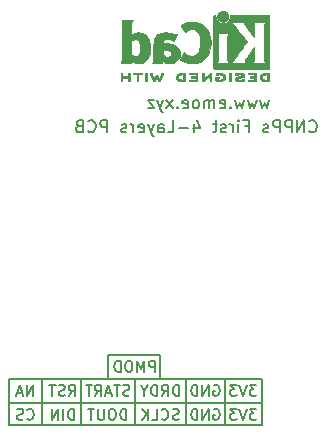
<source format=gbr>
G04 #@! TF.GenerationSoftware,KiCad,Pcbnew,(5.1.6)-1*
G04 #@! TF.CreationDate,2021-01-30T12:40:14+08:00*
G04 #@! TF.ProjectId,Module_ADS1263,4d6f6475-6c65-45f4-9144-53313236332e,rev?*
G04 #@! TF.SameCoordinates,Original*
G04 #@! TF.FileFunction,Legend,Bot*
G04 #@! TF.FilePolarity,Positive*
%FSLAX46Y46*%
G04 Gerber Fmt 4.6, Leading zero omitted, Abs format (unit mm)*
G04 Created by KiCad (PCBNEW (5.1.6)-1) date 2021-01-30 12:40:14*
%MOMM*%
%LPD*%
G01*
G04 APERTURE LIST*
%ADD10C,0.203200*%
%ADD11C,0.177800*%
%ADD12C,0.010000*%
G04 APERTURE END LIST*
D10*
X119634000Y-122936000D02*
X119634000Y-124968000D01*
X115189000Y-122936000D02*
X119634000Y-122936000D01*
X115189000Y-124968000D02*
X115189000Y-122936000D01*
X119173171Y-124365657D02*
X119173171Y-123451257D01*
X118824828Y-123451257D01*
X118737742Y-123494800D01*
X118694200Y-123538342D01*
X118650657Y-123625428D01*
X118650657Y-123756057D01*
X118694200Y-123843142D01*
X118737742Y-123886685D01*
X118824828Y-123930228D01*
X119173171Y-123930228D01*
X118258771Y-124365657D02*
X118258771Y-123451257D01*
X117953971Y-124104400D01*
X117649171Y-123451257D01*
X117649171Y-124365657D01*
X117039571Y-123451257D02*
X116865400Y-123451257D01*
X116778314Y-123494800D01*
X116691228Y-123581885D01*
X116647685Y-123756057D01*
X116647685Y-124060857D01*
X116691228Y-124235028D01*
X116778314Y-124322114D01*
X116865400Y-124365657D01*
X117039571Y-124365657D01*
X117126657Y-124322114D01*
X117213742Y-124235028D01*
X117257285Y-124060857D01*
X117257285Y-123756057D01*
X117213742Y-123581885D01*
X117126657Y-123494800D01*
X117039571Y-123451257D01*
X116255800Y-124365657D02*
X116255800Y-123451257D01*
X116038085Y-123451257D01*
X115907457Y-123494800D01*
X115820371Y-123581885D01*
X115776828Y-123668971D01*
X115733285Y-123843142D01*
X115733285Y-123973771D01*
X115776828Y-124147942D01*
X115820371Y-124235028D01*
X115907457Y-124322114D01*
X116038085Y-124365657D01*
X116255800Y-124365657D01*
X125095000Y-124968000D02*
X125095000Y-128905000D01*
X121793000Y-124968000D02*
X121793000Y-128905000D01*
X117475000Y-124968000D02*
X117475000Y-128905000D01*
X112903000Y-124968000D02*
X112903000Y-128905000D01*
X109601000Y-124968000D02*
X109601000Y-128905000D01*
X106807000Y-124968000D02*
X106807000Y-128905000D01*
X128270000Y-124968000D02*
X128270000Y-128905000D01*
X128270000Y-124968000D02*
X106807000Y-124968000D01*
X128270000Y-128905000D02*
X106807000Y-128905000D01*
X128270000Y-127000000D02*
X106807000Y-127000000D01*
X132237238Y-103994857D02*
X132285619Y-104043238D01*
X132430761Y-104091619D01*
X132527523Y-104091619D01*
X132672666Y-104043238D01*
X132769428Y-103946476D01*
X132817809Y-103849714D01*
X132866190Y-103656190D01*
X132866190Y-103511047D01*
X132817809Y-103317523D01*
X132769428Y-103220761D01*
X132672666Y-103124000D01*
X132527523Y-103075619D01*
X132430761Y-103075619D01*
X132285619Y-103124000D01*
X132237238Y-103172380D01*
X131801809Y-104091619D02*
X131801809Y-103075619D01*
X131221238Y-104091619D01*
X131221238Y-103075619D01*
X130737428Y-104091619D02*
X130737428Y-103075619D01*
X130350380Y-103075619D01*
X130253619Y-103124000D01*
X130205238Y-103172380D01*
X130156857Y-103269142D01*
X130156857Y-103414285D01*
X130205238Y-103511047D01*
X130253619Y-103559428D01*
X130350380Y-103607809D01*
X130737428Y-103607809D01*
X129721428Y-104091619D02*
X129721428Y-103075619D01*
X129334380Y-103075619D01*
X129237619Y-103124000D01*
X129189238Y-103172380D01*
X129140857Y-103269142D01*
X129140857Y-103414285D01*
X129189238Y-103511047D01*
X129237619Y-103559428D01*
X129334380Y-103607809D01*
X129721428Y-103607809D01*
X128753809Y-104043238D02*
X128657047Y-104091619D01*
X128463523Y-104091619D01*
X128366761Y-104043238D01*
X128318380Y-103946476D01*
X128318380Y-103898095D01*
X128366761Y-103801333D01*
X128463523Y-103752952D01*
X128608666Y-103752952D01*
X128705428Y-103704571D01*
X128753809Y-103607809D01*
X128753809Y-103559428D01*
X128705428Y-103462666D01*
X128608666Y-103414285D01*
X128463523Y-103414285D01*
X128366761Y-103462666D01*
X126770190Y-103559428D02*
X127108857Y-103559428D01*
X127108857Y-104091619D02*
X127108857Y-103075619D01*
X126625047Y-103075619D01*
X126238000Y-104091619D02*
X126238000Y-103414285D01*
X126238000Y-103075619D02*
X126286380Y-103124000D01*
X126238000Y-103172380D01*
X126189619Y-103124000D01*
X126238000Y-103075619D01*
X126238000Y-103172380D01*
X125754190Y-104091619D02*
X125754190Y-103414285D01*
X125754190Y-103607809D02*
X125705809Y-103511047D01*
X125657428Y-103462666D01*
X125560666Y-103414285D01*
X125463904Y-103414285D01*
X125173619Y-104043238D02*
X125076857Y-104091619D01*
X124883333Y-104091619D01*
X124786571Y-104043238D01*
X124738190Y-103946476D01*
X124738190Y-103898095D01*
X124786571Y-103801333D01*
X124883333Y-103752952D01*
X125028476Y-103752952D01*
X125125238Y-103704571D01*
X125173619Y-103607809D01*
X125173619Y-103559428D01*
X125125238Y-103462666D01*
X125028476Y-103414285D01*
X124883333Y-103414285D01*
X124786571Y-103462666D01*
X124447904Y-103414285D02*
X124060857Y-103414285D01*
X124302761Y-103075619D02*
X124302761Y-103946476D01*
X124254380Y-104043238D01*
X124157619Y-104091619D01*
X124060857Y-104091619D01*
X122512666Y-103414285D02*
X122512666Y-104091619D01*
X122754571Y-103027238D02*
X122996476Y-103752952D01*
X122367523Y-103752952D01*
X121980476Y-103704571D02*
X121206380Y-103704571D01*
X120238761Y-104091619D02*
X120722571Y-104091619D01*
X120722571Y-103075619D01*
X119464666Y-104091619D02*
X119464666Y-103559428D01*
X119513047Y-103462666D01*
X119609809Y-103414285D01*
X119803333Y-103414285D01*
X119900095Y-103462666D01*
X119464666Y-104043238D02*
X119561428Y-104091619D01*
X119803333Y-104091619D01*
X119900095Y-104043238D01*
X119948476Y-103946476D01*
X119948476Y-103849714D01*
X119900095Y-103752952D01*
X119803333Y-103704571D01*
X119561428Y-103704571D01*
X119464666Y-103656190D01*
X119077619Y-103414285D02*
X118835714Y-104091619D01*
X118593809Y-103414285D02*
X118835714Y-104091619D01*
X118932476Y-104333523D01*
X118980857Y-104381904D01*
X119077619Y-104430285D01*
X117819714Y-104043238D02*
X117916476Y-104091619D01*
X118110000Y-104091619D01*
X118206761Y-104043238D01*
X118255142Y-103946476D01*
X118255142Y-103559428D01*
X118206761Y-103462666D01*
X118110000Y-103414285D01*
X117916476Y-103414285D01*
X117819714Y-103462666D01*
X117771333Y-103559428D01*
X117771333Y-103656190D01*
X118255142Y-103752952D01*
X117335904Y-104091619D02*
X117335904Y-103414285D01*
X117335904Y-103607809D02*
X117287523Y-103511047D01*
X117239142Y-103462666D01*
X117142380Y-103414285D01*
X117045619Y-103414285D01*
X116755333Y-104043238D02*
X116658571Y-104091619D01*
X116465047Y-104091619D01*
X116368285Y-104043238D01*
X116319904Y-103946476D01*
X116319904Y-103898095D01*
X116368285Y-103801333D01*
X116465047Y-103752952D01*
X116610190Y-103752952D01*
X116706952Y-103704571D01*
X116755333Y-103607809D01*
X116755333Y-103559428D01*
X116706952Y-103462666D01*
X116610190Y-103414285D01*
X116465047Y-103414285D01*
X116368285Y-103462666D01*
X115110380Y-104091619D02*
X115110380Y-103075619D01*
X114723333Y-103075619D01*
X114626571Y-103124000D01*
X114578190Y-103172380D01*
X114529809Y-103269142D01*
X114529809Y-103414285D01*
X114578190Y-103511047D01*
X114626571Y-103559428D01*
X114723333Y-103607809D01*
X115110380Y-103607809D01*
X113513809Y-103994857D02*
X113562190Y-104043238D01*
X113707333Y-104091619D01*
X113804095Y-104091619D01*
X113949238Y-104043238D01*
X114046000Y-103946476D01*
X114094380Y-103849714D01*
X114142761Y-103656190D01*
X114142761Y-103511047D01*
X114094380Y-103317523D01*
X114046000Y-103220761D01*
X113949238Y-103124000D01*
X113804095Y-103075619D01*
X113707333Y-103075619D01*
X113562190Y-103124000D01*
X113513809Y-103172380D01*
X112739714Y-103559428D02*
X112594571Y-103607809D01*
X112546190Y-103656190D01*
X112497809Y-103752952D01*
X112497809Y-103898095D01*
X112546190Y-103994857D01*
X112594571Y-104043238D01*
X112691333Y-104091619D01*
X113078380Y-104091619D01*
X113078380Y-103075619D01*
X112739714Y-103075619D01*
X112642952Y-103124000D01*
X112594571Y-103172380D01*
X112546190Y-103269142D01*
X112546190Y-103365904D01*
X112594571Y-103462666D01*
X112642952Y-103511047D01*
X112739714Y-103559428D01*
X113078380Y-103559428D01*
X128850571Y-101382285D02*
X128657047Y-102059619D01*
X128463523Y-101575809D01*
X128270000Y-102059619D01*
X128076476Y-101382285D01*
X127786190Y-101382285D02*
X127592666Y-102059619D01*
X127399142Y-101575809D01*
X127205619Y-102059619D01*
X127012095Y-101382285D01*
X126721809Y-101382285D02*
X126528285Y-102059619D01*
X126334761Y-101575809D01*
X126141238Y-102059619D01*
X125947714Y-101382285D01*
X125560666Y-101962857D02*
X125512285Y-102011238D01*
X125560666Y-102059619D01*
X125609047Y-102011238D01*
X125560666Y-101962857D01*
X125560666Y-102059619D01*
X124689809Y-102011238D02*
X124786571Y-102059619D01*
X124980095Y-102059619D01*
X125076857Y-102011238D01*
X125125238Y-101914476D01*
X125125238Y-101527428D01*
X125076857Y-101430666D01*
X124980095Y-101382285D01*
X124786571Y-101382285D01*
X124689809Y-101430666D01*
X124641428Y-101527428D01*
X124641428Y-101624190D01*
X125125238Y-101720952D01*
X124206000Y-102059619D02*
X124206000Y-101382285D01*
X124206000Y-101479047D02*
X124157619Y-101430666D01*
X124060857Y-101382285D01*
X123915714Y-101382285D01*
X123818952Y-101430666D01*
X123770571Y-101527428D01*
X123770571Y-102059619D01*
X123770571Y-101527428D02*
X123722190Y-101430666D01*
X123625428Y-101382285D01*
X123480285Y-101382285D01*
X123383523Y-101430666D01*
X123335142Y-101527428D01*
X123335142Y-102059619D01*
X122706190Y-102059619D02*
X122802952Y-102011238D01*
X122851333Y-101962857D01*
X122899714Y-101866095D01*
X122899714Y-101575809D01*
X122851333Y-101479047D01*
X122802952Y-101430666D01*
X122706190Y-101382285D01*
X122561047Y-101382285D01*
X122464285Y-101430666D01*
X122415904Y-101479047D01*
X122367523Y-101575809D01*
X122367523Y-101866095D01*
X122415904Y-101962857D01*
X122464285Y-102011238D01*
X122561047Y-102059619D01*
X122706190Y-102059619D01*
X121545047Y-102011238D02*
X121641809Y-102059619D01*
X121835333Y-102059619D01*
X121932095Y-102011238D01*
X121980476Y-101914476D01*
X121980476Y-101527428D01*
X121932095Y-101430666D01*
X121835333Y-101382285D01*
X121641809Y-101382285D01*
X121545047Y-101430666D01*
X121496666Y-101527428D01*
X121496666Y-101624190D01*
X121980476Y-101720952D01*
X121061238Y-101962857D02*
X121012857Y-102011238D01*
X121061238Y-102059619D01*
X121109619Y-102011238D01*
X121061238Y-101962857D01*
X121061238Y-102059619D01*
X120674190Y-102059619D02*
X120142000Y-101382285D01*
X120674190Y-101382285D02*
X120142000Y-102059619D01*
X119851714Y-101382285D02*
X119609809Y-102059619D01*
X119367904Y-101382285D02*
X119609809Y-102059619D01*
X119706571Y-102301523D01*
X119754952Y-102349904D01*
X119851714Y-102398285D01*
X119077619Y-101382285D02*
X118545428Y-101382285D01*
X119077619Y-102059619D01*
X118545428Y-102059619D01*
D11*
X108857142Y-126397657D02*
X108857142Y-125483257D01*
X108334628Y-126397657D01*
X108334628Y-125483257D01*
X107942742Y-126136400D02*
X107507314Y-126136400D01*
X108029828Y-126397657D02*
X107725028Y-125483257D01*
X107420228Y-126397657D01*
X108356400Y-128342571D02*
X108399942Y-128386114D01*
X108530571Y-128429657D01*
X108617657Y-128429657D01*
X108748285Y-128386114D01*
X108835371Y-128299028D01*
X108878914Y-128211942D01*
X108922457Y-128037771D01*
X108922457Y-127907142D01*
X108878914Y-127732971D01*
X108835371Y-127645885D01*
X108748285Y-127558800D01*
X108617657Y-127515257D01*
X108530571Y-127515257D01*
X108399942Y-127558800D01*
X108356400Y-127602342D01*
X108008057Y-128386114D02*
X107877428Y-128429657D01*
X107659714Y-128429657D01*
X107572628Y-128386114D01*
X107529085Y-128342571D01*
X107485542Y-128255485D01*
X107485542Y-128168400D01*
X107529085Y-128081314D01*
X107572628Y-128037771D01*
X107659714Y-127994228D01*
X107833885Y-127950685D01*
X107920971Y-127907142D01*
X107964514Y-127863600D01*
X108008057Y-127776514D01*
X108008057Y-127689428D01*
X107964514Y-127602342D01*
X107920971Y-127558800D01*
X107833885Y-127515257D01*
X107616171Y-127515257D01*
X107485542Y-127558800D01*
X111879742Y-126397657D02*
X112184542Y-125962228D01*
X112402257Y-126397657D02*
X112402257Y-125483257D01*
X112053914Y-125483257D01*
X111966828Y-125526800D01*
X111923285Y-125570342D01*
X111879742Y-125657428D01*
X111879742Y-125788057D01*
X111923285Y-125875142D01*
X111966828Y-125918685D01*
X112053914Y-125962228D01*
X112402257Y-125962228D01*
X111531400Y-126354114D02*
X111400771Y-126397657D01*
X111183057Y-126397657D01*
X111095971Y-126354114D01*
X111052428Y-126310571D01*
X111008885Y-126223485D01*
X111008885Y-126136400D01*
X111052428Y-126049314D01*
X111095971Y-126005771D01*
X111183057Y-125962228D01*
X111357228Y-125918685D01*
X111444314Y-125875142D01*
X111487857Y-125831600D01*
X111531400Y-125744514D01*
X111531400Y-125657428D01*
X111487857Y-125570342D01*
X111444314Y-125526800D01*
X111357228Y-125483257D01*
X111139514Y-125483257D01*
X111008885Y-125526800D01*
X110747628Y-125483257D02*
X110225114Y-125483257D01*
X110486371Y-126397657D02*
X110486371Y-125483257D01*
X112315171Y-128429657D02*
X112315171Y-127515257D01*
X112097457Y-127515257D01*
X111966828Y-127558800D01*
X111879742Y-127645885D01*
X111836200Y-127732971D01*
X111792657Y-127907142D01*
X111792657Y-128037771D01*
X111836200Y-128211942D01*
X111879742Y-128299028D01*
X111966828Y-128386114D01*
X112097457Y-128429657D01*
X112315171Y-128429657D01*
X111400771Y-128429657D02*
X111400771Y-127515257D01*
X110965342Y-128429657D02*
X110965342Y-127515257D01*
X110442828Y-128429657D01*
X110442828Y-127515257D01*
X116996028Y-126354114D02*
X116865400Y-126397657D01*
X116647685Y-126397657D01*
X116560600Y-126354114D01*
X116517057Y-126310571D01*
X116473514Y-126223485D01*
X116473514Y-126136400D01*
X116517057Y-126049314D01*
X116560600Y-126005771D01*
X116647685Y-125962228D01*
X116821857Y-125918685D01*
X116908942Y-125875142D01*
X116952485Y-125831600D01*
X116996028Y-125744514D01*
X116996028Y-125657428D01*
X116952485Y-125570342D01*
X116908942Y-125526800D01*
X116821857Y-125483257D01*
X116604142Y-125483257D01*
X116473514Y-125526800D01*
X116212257Y-125483257D02*
X115689742Y-125483257D01*
X115951000Y-126397657D02*
X115951000Y-125483257D01*
X115428485Y-126136400D02*
X114993057Y-126136400D01*
X115515571Y-126397657D02*
X115210771Y-125483257D01*
X114905971Y-126397657D01*
X114078657Y-126397657D02*
X114383457Y-125962228D01*
X114601171Y-126397657D02*
X114601171Y-125483257D01*
X114252828Y-125483257D01*
X114165742Y-125526800D01*
X114122200Y-125570342D01*
X114078657Y-125657428D01*
X114078657Y-125788057D01*
X114122200Y-125875142D01*
X114165742Y-125918685D01*
X114252828Y-125962228D01*
X114601171Y-125962228D01*
X113817400Y-125483257D02*
X113294885Y-125483257D01*
X113556142Y-126397657D02*
X113556142Y-125483257D01*
X116734771Y-128429657D02*
X116734771Y-127515257D01*
X116517057Y-127515257D01*
X116386428Y-127558800D01*
X116299342Y-127645885D01*
X116255800Y-127732971D01*
X116212257Y-127907142D01*
X116212257Y-128037771D01*
X116255800Y-128211942D01*
X116299342Y-128299028D01*
X116386428Y-128386114D01*
X116517057Y-128429657D01*
X116734771Y-128429657D01*
X115646200Y-127515257D02*
X115472028Y-127515257D01*
X115384942Y-127558800D01*
X115297857Y-127645885D01*
X115254314Y-127820057D01*
X115254314Y-128124857D01*
X115297857Y-128299028D01*
X115384942Y-128386114D01*
X115472028Y-128429657D01*
X115646200Y-128429657D01*
X115733285Y-128386114D01*
X115820371Y-128299028D01*
X115863914Y-128124857D01*
X115863914Y-127820057D01*
X115820371Y-127645885D01*
X115733285Y-127558800D01*
X115646200Y-127515257D01*
X114862428Y-127515257D02*
X114862428Y-128255485D01*
X114818885Y-128342571D01*
X114775342Y-128386114D01*
X114688257Y-128429657D01*
X114514085Y-128429657D01*
X114427000Y-128386114D01*
X114383457Y-128342571D01*
X114339914Y-128255485D01*
X114339914Y-127515257D01*
X114035114Y-127515257D02*
X113512600Y-127515257D01*
X113773857Y-128429657D02*
X113773857Y-127515257D01*
X121179771Y-126397657D02*
X121179771Y-125483257D01*
X120962057Y-125483257D01*
X120831428Y-125526800D01*
X120744342Y-125613885D01*
X120700800Y-125700971D01*
X120657257Y-125875142D01*
X120657257Y-126005771D01*
X120700800Y-126179942D01*
X120744342Y-126267028D01*
X120831428Y-126354114D01*
X120962057Y-126397657D01*
X121179771Y-126397657D01*
X119742857Y-126397657D02*
X120047657Y-125962228D01*
X120265371Y-126397657D02*
X120265371Y-125483257D01*
X119917028Y-125483257D01*
X119829942Y-125526800D01*
X119786400Y-125570342D01*
X119742857Y-125657428D01*
X119742857Y-125788057D01*
X119786400Y-125875142D01*
X119829942Y-125918685D01*
X119917028Y-125962228D01*
X120265371Y-125962228D01*
X119350971Y-126397657D02*
X119350971Y-125483257D01*
X119133257Y-125483257D01*
X119002628Y-125526800D01*
X118915542Y-125613885D01*
X118872000Y-125700971D01*
X118828457Y-125875142D01*
X118828457Y-126005771D01*
X118872000Y-126179942D01*
X118915542Y-126267028D01*
X119002628Y-126354114D01*
X119133257Y-126397657D01*
X119350971Y-126397657D01*
X118262400Y-125962228D02*
X118262400Y-126397657D01*
X118567200Y-125483257D02*
X118262400Y-125962228D01*
X117957600Y-125483257D01*
X121179771Y-128386114D02*
X121049142Y-128429657D01*
X120831428Y-128429657D01*
X120744342Y-128386114D01*
X120700800Y-128342571D01*
X120657257Y-128255485D01*
X120657257Y-128168400D01*
X120700800Y-128081314D01*
X120744342Y-128037771D01*
X120831428Y-127994228D01*
X121005600Y-127950685D01*
X121092685Y-127907142D01*
X121136228Y-127863600D01*
X121179771Y-127776514D01*
X121179771Y-127689428D01*
X121136228Y-127602342D01*
X121092685Y-127558800D01*
X121005600Y-127515257D01*
X120787885Y-127515257D01*
X120657257Y-127558800D01*
X119742857Y-128342571D02*
X119786400Y-128386114D01*
X119917028Y-128429657D01*
X120004114Y-128429657D01*
X120134742Y-128386114D01*
X120221828Y-128299028D01*
X120265371Y-128211942D01*
X120308914Y-128037771D01*
X120308914Y-127907142D01*
X120265371Y-127732971D01*
X120221828Y-127645885D01*
X120134742Y-127558800D01*
X120004114Y-127515257D01*
X119917028Y-127515257D01*
X119786400Y-127558800D01*
X119742857Y-127602342D01*
X118915542Y-128429657D02*
X119350971Y-128429657D01*
X119350971Y-127515257D01*
X118610742Y-128429657D02*
X118610742Y-127515257D01*
X118088228Y-128429657D02*
X118480114Y-127907142D01*
X118088228Y-127515257D02*
X118610742Y-128037771D01*
X127751114Y-125483257D02*
X127185057Y-125483257D01*
X127489857Y-125831600D01*
X127359228Y-125831600D01*
X127272142Y-125875142D01*
X127228600Y-125918685D01*
X127185057Y-126005771D01*
X127185057Y-126223485D01*
X127228600Y-126310571D01*
X127272142Y-126354114D01*
X127359228Y-126397657D01*
X127620485Y-126397657D01*
X127707571Y-126354114D01*
X127751114Y-126310571D01*
X126923800Y-125483257D02*
X126619000Y-126397657D01*
X126314200Y-125483257D01*
X126096485Y-125483257D02*
X125530428Y-125483257D01*
X125835228Y-125831600D01*
X125704600Y-125831600D01*
X125617514Y-125875142D01*
X125573971Y-125918685D01*
X125530428Y-126005771D01*
X125530428Y-126223485D01*
X125573971Y-126310571D01*
X125617514Y-126354114D01*
X125704600Y-126397657D01*
X125965857Y-126397657D01*
X126052942Y-126354114D01*
X126096485Y-126310571D01*
X127751114Y-127515257D02*
X127185057Y-127515257D01*
X127489857Y-127863600D01*
X127359228Y-127863600D01*
X127272142Y-127907142D01*
X127228600Y-127950685D01*
X127185057Y-128037771D01*
X127185057Y-128255485D01*
X127228600Y-128342571D01*
X127272142Y-128386114D01*
X127359228Y-128429657D01*
X127620485Y-128429657D01*
X127707571Y-128386114D01*
X127751114Y-128342571D01*
X126923800Y-127515257D02*
X126619000Y-128429657D01*
X126314200Y-127515257D01*
X126096485Y-127515257D02*
X125530428Y-127515257D01*
X125835228Y-127863600D01*
X125704600Y-127863600D01*
X125617514Y-127907142D01*
X125573971Y-127950685D01*
X125530428Y-128037771D01*
X125530428Y-128255485D01*
X125573971Y-128342571D01*
X125617514Y-128386114D01*
X125704600Y-128429657D01*
X125965857Y-128429657D01*
X126052942Y-128386114D01*
X126096485Y-128342571D01*
X124140685Y-127558800D02*
X124227771Y-127515257D01*
X124358400Y-127515257D01*
X124489028Y-127558800D01*
X124576114Y-127645885D01*
X124619657Y-127732971D01*
X124663200Y-127907142D01*
X124663200Y-128037771D01*
X124619657Y-128211942D01*
X124576114Y-128299028D01*
X124489028Y-128386114D01*
X124358400Y-128429657D01*
X124271314Y-128429657D01*
X124140685Y-128386114D01*
X124097142Y-128342571D01*
X124097142Y-128037771D01*
X124271314Y-128037771D01*
X123705257Y-128429657D02*
X123705257Y-127515257D01*
X123182742Y-128429657D01*
X123182742Y-127515257D01*
X122747314Y-128429657D02*
X122747314Y-127515257D01*
X122529600Y-127515257D01*
X122398971Y-127558800D01*
X122311885Y-127645885D01*
X122268342Y-127732971D01*
X122224800Y-127907142D01*
X122224800Y-128037771D01*
X122268342Y-128211942D01*
X122311885Y-128299028D01*
X122398971Y-128386114D01*
X122529600Y-128429657D01*
X122747314Y-128429657D01*
X124140685Y-125526800D02*
X124227771Y-125483257D01*
X124358400Y-125483257D01*
X124489028Y-125526800D01*
X124576114Y-125613885D01*
X124619657Y-125700971D01*
X124663200Y-125875142D01*
X124663200Y-126005771D01*
X124619657Y-126179942D01*
X124576114Y-126267028D01*
X124489028Y-126354114D01*
X124358400Y-126397657D01*
X124271314Y-126397657D01*
X124140685Y-126354114D01*
X124097142Y-126310571D01*
X124097142Y-126005771D01*
X124271314Y-126005771D01*
X123705257Y-126397657D02*
X123705257Y-125483257D01*
X123182742Y-126397657D01*
X123182742Y-125483257D01*
X122747314Y-126397657D02*
X122747314Y-125483257D01*
X122529600Y-125483257D01*
X122398971Y-125526800D01*
X122311885Y-125613885D01*
X122268342Y-125700971D01*
X122224800Y-125875142D01*
X122224800Y-126005771D01*
X122268342Y-126179942D01*
X122311885Y-126267028D01*
X122398971Y-126354114D01*
X122529600Y-126397657D01*
X122747314Y-126397657D01*
D12*
G36*
X125501400Y-94263054D02*
G01*
X125490535Y-94376993D01*
X125458918Y-94484616D01*
X125408015Y-94583615D01*
X125339293Y-94671684D01*
X125254219Y-94746516D01*
X125157232Y-94804384D01*
X125050964Y-94844005D01*
X124943950Y-94862573D01*
X124838300Y-94861434D01*
X124736125Y-94841930D01*
X124639534Y-94805406D01*
X124550638Y-94753205D01*
X124471546Y-94686673D01*
X124404369Y-94607152D01*
X124351217Y-94515987D01*
X124314199Y-94414523D01*
X124295427Y-94304102D01*
X124293489Y-94254206D01*
X124293489Y-94166267D01*
X124241560Y-94166267D01*
X124205253Y-94169111D01*
X124178355Y-94180911D01*
X124151249Y-94204649D01*
X124112867Y-94243031D01*
X124112867Y-96434602D01*
X124112876Y-96696739D01*
X124112908Y-96937241D01*
X124112972Y-97157048D01*
X124113076Y-97357101D01*
X124113227Y-97538344D01*
X124113434Y-97701716D01*
X124113706Y-97848160D01*
X124114050Y-97978617D01*
X124114474Y-98094029D01*
X124114987Y-98195338D01*
X124115597Y-98283484D01*
X124116312Y-98359410D01*
X124117140Y-98424057D01*
X124118089Y-98478367D01*
X124119167Y-98523280D01*
X124120383Y-98559740D01*
X124121745Y-98588687D01*
X124123261Y-98611063D01*
X124124938Y-98627809D01*
X124126786Y-98639868D01*
X124128813Y-98648180D01*
X124131025Y-98653687D01*
X124132108Y-98655537D01*
X124136271Y-98662549D01*
X124139805Y-98668996D01*
X124143635Y-98674900D01*
X124148682Y-98680286D01*
X124155871Y-98685178D01*
X124166123Y-98689598D01*
X124180364Y-98693572D01*
X124199514Y-98697121D01*
X124224499Y-98700270D01*
X124256240Y-98703042D01*
X124295662Y-98705461D01*
X124343686Y-98707551D01*
X124401237Y-98709335D01*
X124469237Y-98710837D01*
X124548610Y-98712080D01*
X124640279Y-98713089D01*
X124745166Y-98713885D01*
X124864196Y-98714494D01*
X124998290Y-98714939D01*
X125148373Y-98715243D01*
X125315367Y-98715430D01*
X125500196Y-98715524D01*
X125703783Y-98715548D01*
X125927050Y-98715525D01*
X126170922Y-98715480D01*
X126436321Y-98715437D01*
X126474704Y-98715432D01*
X126741682Y-98715389D01*
X126987002Y-98715318D01*
X127211583Y-98715213D01*
X127416345Y-98715066D01*
X127602206Y-98714869D01*
X127770088Y-98714616D01*
X127920908Y-98714300D01*
X128055587Y-98713913D01*
X128175044Y-98713447D01*
X128280199Y-98712897D01*
X128371971Y-98712253D01*
X128451279Y-98711511D01*
X128519043Y-98710661D01*
X128576182Y-98709697D01*
X128623617Y-98708611D01*
X128662266Y-98707397D01*
X128693049Y-98706047D01*
X128716885Y-98704555D01*
X128734694Y-98702911D01*
X128747395Y-98701111D01*
X128755908Y-98699145D01*
X128760266Y-98697477D01*
X128768728Y-98693906D01*
X128776497Y-98691270D01*
X128783602Y-98688634D01*
X128790073Y-98685062D01*
X128795939Y-98679621D01*
X128801229Y-98671375D01*
X128805974Y-98659390D01*
X128810202Y-98642731D01*
X128813943Y-98620463D01*
X128817227Y-98591652D01*
X128820083Y-98555363D01*
X128822540Y-98510661D01*
X128824629Y-98456611D01*
X128826378Y-98392279D01*
X128827817Y-98316730D01*
X128828976Y-98229030D01*
X128829883Y-98128243D01*
X128830569Y-98013434D01*
X128831063Y-97883670D01*
X128831395Y-97738015D01*
X128831593Y-97575535D01*
X128831687Y-97395295D01*
X128831708Y-97196360D01*
X128831685Y-96977796D01*
X128831646Y-96738668D01*
X128831622Y-96478040D01*
X128831622Y-96435889D01*
X128831636Y-96172992D01*
X128831661Y-95931732D01*
X128831671Y-95711165D01*
X128831642Y-95510352D01*
X128831548Y-95328349D01*
X128831362Y-95164216D01*
X128831059Y-95017011D01*
X128830614Y-94885792D01*
X128830034Y-94775867D01*
X128527197Y-94775867D01*
X128487407Y-94833711D01*
X128476236Y-94849479D01*
X128466166Y-94863441D01*
X128457138Y-94876784D01*
X128449097Y-94890693D01*
X128441986Y-94906356D01*
X128435747Y-94924958D01*
X128430325Y-94947686D01*
X128425662Y-94975727D01*
X128421701Y-95010267D01*
X128418385Y-95052492D01*
X128415659Y-95103589D01*
X128413464Y-95164744D01*
X128411745Y-95237144D01*
X128410444Y-95321975D01*
X128409505Y-95420422D01*
X128408870Y-95533674D01*
X128408484Y-95662916D01*
X128408288Y-95809334D01*
X128408227Y-95974116D01*
X128408243Y-96158447D01*
X128408280Y-96363513D01*
X128408289Y-96486133D01*
X128408265Y-96703082D01*
X128408231Y-96898642D01*
X128408243Y-97073999D01*
X128408358Y-97230341D01*
X128408630Y-97368857D01*
X128409118Y-97490734D01*
X128409876Y-97597160D01*
X128410962Y-97689322D01*
X128412431Y-97768409D01*
X128414340Y-97835608D01*
X128416744Y-97892107D01*
X128419701Y-97939093D01*
X128423266Y-97977755D01*
X128427495Y-98009280D01*
X128432446Y-98034855D01*
X128438173Y-98055670D01*
X128444733Y-98072911D01*
X128452183Y-98087765D01*
X128460579Y-98101422D01*
X128469976Y-98115069D01*
X128480432Y-98129893D01*
X128486523Y-98138783D01*
X128525296Y-98196400D01*
X127993732Y-98196400D01*
X127870483Y-98196365D01*
X127767987Y-98196215D01*
X127684420Y-98195878D01*
X127617956Y-98195286D01*
X127566771Y-98194367D01*
X127529041Y-98193051D01*
X127502940Y-98191269D01*
X127486644Y-98188951D01*
X127478328Y-98186026D01*
X127476168Y-98182424D01*
X127478339Y-98178075D01*
X127479535Y-98176645D01*
X127504685Y-98139573D01*
X127530583Y-98086772D01*
X127554192Y-98024770D01*
X127562461Y-97998357D01*
X127567078Y-97980416D01*
X127570979Y-97959355D01*
X127574248Y-97933089D01*
X127576966Y-97899532D01*
X127579215Y-97856599D01*
X127581077Y-97802204D01*
X127582636Y-97734262D01*
X127583972Y-97650688D01*
X127585169Y-97549395D01*
X127586308Y-97428300D01*
X127586685Y-97383600D01*
X127587702Y-97258449D01*
X127588460Y-97154082D01*
X127588903Y-97068707D01*
X127588970Y-97000533D01*
X127588605Y-96947765D01*
X127587748Y-96908614D01*
X127586341Y-96881285D01*
X127584325Y-96863986D01*
X127581643Y-96854926D01*
X127578236Y-96852312D01*
X127574044Y-96854351D01*
X127569571Y-96858667D01*
X127559216Y-96871602D01*
X127537158Y-96900676D01*
X127504957Y-96943759D01*
X127464174Y-96998718D01*
X127416370Y-97063423D01*
X127363105Y-97135742D01*
X127305940Y-97213544D01*
X127246437Y-97294698D01*
X127186155Y-97377072D01*
X127126655Y-97458536D01*
X127069498Y-97536957D01*
X127016245Y-97610204D01*
X126968457Y-97676147D01*
X126927693Y-97732654D01*
X126895516Y-97777593D01*
X126873485Y-97808834D01*
X126868917Y-97815466D01*
X126845996Y-97852369D01*
X126819188Y-97900359D01*
X126793789Y-97949897D01*
X126790568Y-97956577D01*
X126768890Y-98004772D01*
X126756304Y-98042334D01*
X126750574Y-98078160D01*
X126749456Y-98120200D01*
X126750090Y-98196400D01*
X125595651Y-98196400D01*
X125686815Y-98102669D01*
X125733612Y-98052775D01*
X125783899Y-97996295D01*
X125829944Y-97942026D01*
X125850369Y-97916673D01*
X125880807Y-97877128D01*
X125920862Y-97823916D01*
X125969361Y-97758667D01*
X126025135Y-97683011D01*
X126087011Y-97598577D01*
X126153819Y-97506994D01*
X126224387Y-97409892D01*
X126297545Y-97308901D01*
X126372121Y-97205650D01*
X126446944Y-97101768D01*
X126520843Y-96998885D01*
X126592646Y-96898631D01*
X126661184Y-96802636D01*
X126725284Y-96712527D01*
X126783775Y-96629936D01*
X126835486Y-96556492D01*
X126879247Y-96493824D01*
X126913885Y-96443561D01*
X126938230Y-96407334D01*
X126951111Y-96386771D01*
X126952869Y-96382668D01*
X126944910Y-96371342D01*
X126924115Y-96344162D01*
X126891847Y-96302829D01*
X126849470Y-96249044D01*
X126798347Y-96184506D01*
X126739841Y-96110918D01*
X126675314Y-96029978D01*
X126606131Y-95943388D01*
X126533653Y-95852848D01*
X126459246Y-95760060D01*
X126399517Y-95685702D01*
X125388511Y-95685702D01*
X125382602Y-95698659D01*
X125368272Y-95720908D01*
X125367225Y-95722391D01*
X125348438Y-95752544D01*
X125328791Y-95789375D01*
X125324892Y-95797511D01*
X125321356Y-95805940D01*
X125318230Y-95816059D01*
X125315486Y-95829260D01*
X125313092Y-95846938D01*
X125311019Y-95870484D01*
X125309235Y-95901293D01*
X125307712Y-95940757D01*
X125306419Y-95990269D01*
X125305326Y-96051223D01*
X125304403Y-96125011D01*
X125303619Y-96213028D01*
X125302945Y-96316665D01*
X125302350Y-96437316D01*
X125301805Y-96576374D01*
X125301279Y-96735232D01*
X125300745Y-96914089D01*
X125300206Y-97099207D01*
X125299772Y-97263145D01*
X125299509Y-97407303D01*
X125299484Y-97533079D01*
X125299765Y-97641871D01*
X125300419Y-97735077D01*
X125301514Y-97814097D01*
X125303118Y-97880328D01*
X125305297Y-97935170D01*
X125308119Y-97980021D01*
X125311651Y-98016278D01*
X125315961Y-98045341D01*
X125321117Y-98068609D01*
X125327185Y-98087479D01*
X125334233Y-98103351D01*
X125342329Y-98117622D01*
X125351540Y-98131691D01*
X125360040Y-98144158D01*
X125377176Y-98170452D01*
X125387322Y-98188037D01*
X125388511Y-98191257D01*
X125377604Y-98192334D01*
X125346411Y-98193335D01*
X125297223Y-98194235D01*
X125232333Y-98195010D01*
X125154030Y-98195637D01*
X125064607Y-98196091D01*
X124966356Y-98196349D01*
X124897445Y-98196400D01*
X124792452Y-98196180D01*
X124695610Y-98195548D01*
X124609107Y-98194549D01*
X124535132Y-98193227D01*
X124475874Y-98191626D01*
X124433520Y-98189791D01*
X124410260Y-98187765D01*
X124406378Y-98186493D01*
X124414076Y-98171591D01*
X124422074Y-98163560D01*
X124435246Y-98146434D01*
X124452485Y-98116183D01*
X124464407Y-98091622D01*
X124491045Y-98032711D01*
X124494120Y-96855845D01*
X124497195Y-95678978D01*
X124942853Y-95678978D01*
X125040670Y-95679142D01*
X125131064Y-95679611D01*
X125211630Y-95680347D01*
X125279962Y-95681316D01*
X125333656Y-95682480D01*
X125370305Y-95683803D01*
X125387504Y-95685249D01*
X125388511Y-95685702D01*
X126399517Y-95685702D01*
X126384270Y-95666722D01*
X126310090Y-95574537D01*
X126238069Y-95485204D01*
X126169569Y-95400424D01*
X126105955Y-95321898D01*
X126048588Y-95251326D01*
X125998833Y-95190409D01*
X125958052Y-95140847D01*
X125940888Y-95120178D01*
X125854596Y-95019516D01*
X125777997Y-94936259D01*
X125709183Y-94868438D01*
X125646248Y-94814089D01*
X125636867Y-94806722D01*
X125597356Y-94776117D01*
X126729116Y-94775867D01*
X126723827Y-94823844D01*
X126727130Y-94881188D01*
X126748661Y-94949463D01*
X126788635Y-95029212D01*
X126833943Y-95101495D01*
X126850161Y-95124140D01*
X126878214Y-95161696D01*
X126916430Y-95212021D01*
X126963137Y-95272973D01*
X127016661Y-95342411D01*
X127075331Y-95418194D01*
X127137475Y-95498180D01*
X127201421Y-95580228D01*
X127265495Y-95662196D01*
X127328027Y-95741943D01*
X127387343Y-95817327D01*
X127441771Y-95886207D01*
X127489639Y-95946442D01*
X127529275Y-95995889D01*
X127559006Y-96032408D01*
X127577161Y-96053858D01*
X127580220Y-96057156D01*
X127583079Y-96049149D01*
X127585293Y-96018855D01*
X127586857Y-95966556D01*
X127587767Y-95892531D01*
X127588020Y-95797063D01*
X127587613Y-95680434D01*
X127586704Y-95560445D01*
X127585382Y-95428333D01*
X127583857Y-95316594D01*
X127581881Y-95223025D01*
X127579206Y-95145419D01*
X127575582Y-95081574D01*
X127570761Y-95029283D01*
X127564494Y-94986344D01*
X127556532Y-94950551D01*
X127546627Y-94919700D01*
X127534531Y-94891586D01*
X127519993Y-94864005D01*
X127505311Y-94838966D01*
X127467314Y-94775867D01*
X128527197Y-94775867D01*
X128830034Y-94775867D01*
X128830001Y-94769617D01*
X128829195Y-94667544D01*
X128828170Y-94578633D01*
X128826900Y-94501941D01*
X128825360Y-94436527D01*
X128823524Y-94381449D01*
X128821367Y-94335765D01*
X128818863Y-94298534D01*
X128815987Y-94268813D01*
X128812713Y-94245662D01*
X128809015Y-94228139D01*
X128804869Y-94215301D01*
X128800247Y-94206208D01*
X128795126Y-94199918D01*
X128789478Y-94195488D01*
X128783279Y-94191978D01*
X128776504Y-94188445D01*
X128770508Y-94184876D01*
X128765275Y-94182300D01*
X128757099Y-94179972D01*
X128744886Y-94177878D01*
X128727541Y-94176007D01*
X128703969Y-94174347D01*
X128673077Y-94172884D01*
X128633768Y-94171608D01*
X128584950Y-94170504D01*
X128525527Y-94169561D01*
X128454404Y-94168767D01*
X128370488Y-94168109D01*
X128272683Y-94167575D01*
X128159894Y-94167153D01*
X128031029Y-94166829D01*
X127884991Y-94166592D01*
X127720686Y-94166430D01*
X127537020Y-94166330D01*
X127332897Y-94166280D01*
X127121753Y-94166267D01*
X125501400Y-94166267D01*
X125501400Y-94263054D01*
G37*
X125501400Y-94263054D02*
X125490535Y-94376993D01*
X125458918Y-94484616D01*
X125408015Y-94583615D01*
X125339293Y-94671684D01*
X125254219Y-94746516D01*
X125157232Y-94804384D01*
X125050964Y-94844005D01*
X124943950Y-94862573D01*
X124838300Y-94861434D01*
X124736125Y-94841930D01*
X124639534Y-94805406D01*
X124550638Y-94753205D01*
X124471546Y-94686673D01*
X124404369Y-94607152D01*
X124351217Y-94515987D01*
X124314199Y-94414523D01*
X124295427Y-94304102D01*
X124293489Y-94254206D01*
X124293489Y-94166267D01*
X124241560Y-94166267D01*
X124205253Y-94169111D01*
X124178355Y-94180911D01*
X124151249Y-94204649D01*
X124112867Y-94243031D01*
X124112867Y-96434602D01*
X124112876Y-96696739D01*
X124112908Y-96937241D01*
X124112972Y-97157048D01*
X124113076Y-97357101D01*
X124113227Y-97538344D01*
X124113434Y-97701716D01*
X124113706Y-97848160D01*
X124114050Y-97978617D01*
X124114474Y-98094029D01*
X124114987Y-98195338D01*
X124115597Y-98283484D01*
X124116312Y-98359410D01*
X124117140Y-98424057D01*
X124118089Y-98478367D01*
X124119167Y-98523280D01*
X124120383Y-98559740D01*
X124121745Y-98588687D01*
X124123261Y-98611063D01*
X124124938Y-98627809D01*
X124126786Y-98639868D01*
X124128813Y-98648180D01*
X124131025Y-98653687D01*
X124132108Y-98655537D01*
X124136271Y-98662549D01*
X124139805Y-98668996D01*
X124143635Y-98674900D01*
X124148682Y-98680286D01*
X124155871Y-98685178D01*
X124166123Y-98689598D01*
X124180364Y-98693572D01*
X124199514Y-98697121D01*
X124224499Y-98700270D01*
X124256240Y-98703042D01*
X124295662Y-98705461D01*
X124343686Y-98707551D01*
X124401237Y-98709335D01*
X124469237Y-98710837D01*
X124548610Y-98712080D01*
X124640279Y-98713089D01*
X124745166Y-98713885D01*
X124864196Y-98714494D01*
X124998290Y-98714939D01*
X125148373Y-98715243D01*
X125315367Y-98715430D01*
X125500196Y-98715524D01*
X125703783Y-98715548D01*
X125927050Y-98715525D01*
X126170922Y-98715480D01*
X126436321Y-98715437D01*
X126474704Y-98715432D01*
X126741682Y-98715389D01*
X126987002Y-98715318D01*
X127211583Y-98715213D01*
X127416345Y-98715066D01*
X127602206Y-98714869D01*
X127770088Y-98714616D01*
X127920908Y-98714300D01*
X128055587Y-98713913D01*
X128175044Y-98713447D01*
X128280199Y-98712897D01*
X128371971Y-98712253D01*
X128451279Y-98711511D01*
X128519043Y-98710661D01*
X128576182Y-98709697D01*
X128623617Y-98708611D01*
X128662266Y-98707397D01*
X128693049Y-98706047D01*
X128716885Y-98704555D01*
X128734694Y-98702911D01*
X128747395Y-98701111D01*
X128755908Y-98699145D01*
X128760266Y-98697477D01*
X128768728Y-98693906D01*
X128776497Y-98691270D01*
X128783602Y-98688634D01*
X128790073Y-98685062D01*
X128795939Y-98679621D01*
X128801229Y-98671375D01*
X128805974Y-98659390D01*
X128810202Y-98642731D01*
X128813943Y-98620463D01*
X128817227Y-98591652D01*
X128820083Y-98555363D01*
X128822540Y-98510661D01*
X128824629Y-98456611D01*
X128826378Y-98392279D01*
X128827817Y-98316730D01*
X128828976Y-98229030D01*
X128829883Y-98128243D01*
X128830569Y-98013434D01*
X128831063Y-97883670D01*
X128831395Y-97738015D01*
X128831593Y-97575535D01*
X128831687Y-97395295D01*
X128831708Y-97196360D01*
X128831685Y-96977796D01*
X128831646Y-96738668D01*
X128831622Y-96478040D01*
X128831622Y-96435889D01*
X128831636Y-96172992D01*
X128831661Y-95931732D01*
X128831671Y-95711165D01*
X128831642Y-95510352D01*
X128831548Y-95328349D01*
X128831362Y-95164216D01*
X128831059Y-95017011D01*
X128830614Y-94885792D01*
X128830034Y-94775867D01*
X128527197Y-94775867D01*
X128487407Y-94833711D01*
X128476236Y-94849479D01*
X128466166Y-94863441D01*
X128457138Y-94876784D01*
X128449097Y-94890693D01*
X128441986Y-94906356D01*
X128435747Y-94924958D01*
X128430325Y-94947686D01*
X128425662Y-94975727D01*
X128421701Y-95010267D01*
X128418385Y-95052492D01*
X128415659Y-95103589D01*
X128413464Y-95164744D01*
X128411745Y-95237144D01*
X128410444Y-95321975D01*
X128409505Y-95420422D01*
X128408870Y-95533674D01*
X128408484Y-95662916D01*
X128408288Y-95809334D01*
X128408227Y-95974116D01*
X128408243Y-96158447D01*
X128408280Y-96363513D01*
X128408289Y-96486133D01*
X128408265Y-96703082D01*
X128408231Y-96898642D01*
X128408243Y-97073999D01*
X128408358Y-97230341D01*
X128408630Y-97368857D01*
X128409118Y-97490734D01*
X128409876Y-97597160D01*
X128410962Y-97689322D01*
X128412431Y-97768409D01*
X128414340Y-97835608D01*
X128416744Y-97892107D01*
X128419701Y-97939093D01*
X128423266Y-97977755D01*
X128427495Y-98009280D01*
X128432446Y-98034855D01*
X128438173Y-98055670D01*
X128444733Y-98072911D01*
X128452183Y-98087765D01*
X128460579Y-98101422D01*
X128469976Y-98115069D01*
X128480432Y-98129893D01*
X128486523Y-98138783D01*
X128525296Y-98196400D01*
X127993732Y-98196400D01*
X127870483Y-98196365D01*
X127767987Y-98196215D01*
X127684420Y-98195878D01*
X127617956Y-98195286D01*
X127566771Y-98194367D01*
X127529041Y-98193051D01*
X127502940Y-98191269D01*
X127486644Y-98188951D01*
X127478328Y-98186026D01*
X127476168Y-98182424D01*
X127478339Y-98178075D01*
X127479535Y-98176645D01*
X127504685Y-98139573D01*
X127530583Y-98086772D01*
X127554192Y-98024770D01*
X127562461Y-97998357D01*
X127567078Y-97980416D01*
X127570979Y-97959355D01*
X127574248Y-97933089D01*
X127576966Y-97899532D01*
X127579215Y-97856599D01*
X127581077Y-97802204D01*
X127582636Y-97734262D01*
X127583972Y-97650688D01*
X127585169Y-97549395D01*
X127586308Y-97428300D01*
X127586685Y-97383600D01*
X127587702Y-97258449D01*
X127588460Y-97154082D01*
X127588903Y-97068707D01*
X127588970Y-97000533D01*
X127588605Y-96947765D01*
X127587748Y-96908614D01*
X127586341Y-96881285D01*
X127584325Y-96863986D01*
X127581643Y-96854926D01*
X127578236Y-96852312D01*
X127574044Y-96854351D01*
X127569571Y-96858667D01*
X127559216Y-96871602D01*
X127537158Y-96900676D01*
X127504957Y-96943759D01*
X127464174Y-96998718D01*
X127416370Y-97063423D01*
X127363105Y-97135742D01*
X127305940Y-97213544D01*
X127246437Y-97294698D01*
X127186155Y-97377072D01*
X127126655Y-97458536D01*
X127069498Y-97536957D01*
X127016245Y-97610204D01*
X126968457Y-97676147D01*
X126927693Y-97732654D01*
X126895516Y-97777593D01*
X126873485Y-97808834D01*
X126868917Y-97815466D01*
X126845996Y-97852369D01*
X126819188Y-97900359D01*
X126793789Y-97949897D01*
X126790568Y-97956577D01*
X126768890Y-98004772D01*
X126756304Y-98042334D01*
X126750574Y-98078160D01*
X126749456Y-98120200D01*
X126750090Y-98196400D01*
X125595651Y-98196400D01*
X125686815Y-98102669D01*
X125733612Y-98052775D01*
X125783899Y-97996295D01*
X125829944Y-97942026D01*
X125850369Y-97916673D01*
X125880807Y-97877128D01*
X125920862Y-97823916D01*
X125969361Y-97758667D01*
X126025135Y-97683011D01*
X126087011Y-97598577D01*
X126153819Y-97506994D01*
X126224387Y-97409892D01*
X126297545Y-97308901D01*
X126372121Y-97205650D01*
X126446944Y-97101768D01*
X126520843Y-96998885D01*
X126592646Y-96898631D01*
X126661184Y-96802636D01*
X126725284Y-96712527D01*
X126783775Y-96629936D01*
X126835486Y-96556492D01*
X126879247Y-96493824D01*
X126913885Y-96443561D01*
X126938230Y-96407334D01*
X126951111Y-96386771D01*
X126952869Y-96382668D01*
X126944910Y-96371342D01*
X126924115Y-96344162D01*
X126891847Y-96302829D01*
X126849470Y-96249044D01*
X126798347Y-96184506D01*
X126739841Y-96110918D01*
X126675314Y-96029978D01*
X126606131Y-95943388D01*
X126533653Y-95852848D01*
X126459246Y-95760060D01*
X126399517Y-95685702D01*
X125388511Y-95685702D01*
X125382602Y-95698659D01*
X125368272Y-95720908D01*
X125367225Y-95722391D01*
X125348438Y-95752544D01*
X125328791Y-95789375D01*
X125324892Y-95797511D01*
X125321356Y-95805940D01*
X125318230Y-95816059D01*
X125315486Y-95829260D01*
X125313092Y-95846938D01*
X125311019Y-95870484D01*
X125309235Y-95901293D01*
X125307712Y-95940757D01*
X125306419Y-95990269D01*
X125305326Y-96051223D01*
X125304403Y-96125011D01*
X125303619Y-96213028D01*
X125302945Y-96316665D01*
X125302350Y-96437316D01*
X125301805Y-96576374D01*
X125301279Y-96735232D01*
X125300745Y-96914089D01*
X125300206Y-97099207D01*
X125299772Y-97263145D01*
X125299509Y-97407303D01*
X125299484Y-97533079D01*
X125299765Y-97641871D01*
X125300419Y-97735077D01*
X125301514Y-97814097D01*
X125303118Y-97880328D01*
X125305297Y-97935170D01*
X125308119Y-97980021D01*
X125311651Y-98016278D01*
X125315961Y-98045341D01*
X125321117Y-98068609D01*
X125327185Y-98087479D01*
X125334233Y-98103351D01*
X125342329Y-98117622D01*
X125351540Y-98131691D01*
X125360040Y-98144158D01*
X125377176Y-98170452D01*
X125387322Y-98188037D01*
X125388511Y-98191257D01*
X125377604Y-98192334D01*
X125346411Y-98193335D01*
X125297223Y-98194235D01*
X125232333Y-98195010D01*
X125154030Y-98195637D01*
X125064607Y-98196091D01*
X124966356Y-98196349D01*
X124897445Y-98196400D01*
X124792452Y-98196180D01*
X124695610Y-98195548D01*
X124609107Y-98194549D01*
X124535132Y-98193227D01*
X124475874Y-98191626D01*
X124433520Y-98189791D01*
X124410260Y-98187765D01*
X124406378Y-98186493D01*
X124414076Y-98171591D01*
X124422074Y-98163560D01*
X124435246Y-98146434D01*
X124452485Y-98116183D01*
X124464407Y-98091622D01*
X124491045Y-98032711D01*
X124494120Y-96855845D01*
X124497195Y-95678978D01*
X124942853Y-95678978D01*
X125040670Y-95679142D01*
X125131064Y-95679611D01*
X125211630Y-95680347D01*
X125279962Y-95681316D01*
X125333656Y-95682480D01*
X125370305Y-95683803D01*
X125387504Y-95685249D01*
X125388511Y-95685702D01*
X126399517Y-95685702D01*
X126384270Y-95666722D01*
X126310090Y-95574537D01*
X126238069Y-95485204D01*
X126169569Y-95400424D01*
X126105955Y-95321898D01*
X126048588Y-95251326D01*
X125998833Y-95190409D01*
X125958052Y-95140847D01*
X125940888Y-95120178D01*
X125854596Y-95019516D01*
X125777997Y-94936259D01*
X125709183Y-94868438D01*
X125646248Y-94814089D01*
X125636867Y-94806722D01*
X125597356Y-94776117D01*
X126729116Y-94775867D01*
X126723827Y-94823844D01*
X126727130Y-94881188D01*
X126748661Y-94949463D01*
X126788635Y-95029212D01*
X126833943Y-95101495D01*
X126850161Y-95124140D01*
X126878214Y-95161696D01*
X126916430Y-95212021D01*
X126963137Y-95272973D01*
X127016661Y-95342411D01*
X127075331Y-95418194D01*
X127137475Y-95498180D01*
X127201421Y-95580228D01*
X127265495Y-95662196D01*
X127328027Y-95741943D01*
X127387343Y-95817327D01*
X127441771Y-95886207D01*
X127489639Y-95946442D01*
X127529275Y-95995889D01*
X127559006Y-96032408D01*
X127577161Y-96053858D01*
X127580220Y-96057156D01*
X127583079Y-96049149D01*
X127585293Y-96018855D01*
X127586857Y-95966556D01*
X127587767Y-95892531D01*
X127588020Y-95797063D01*
X127587613Y-95680434D01*
X127586704Y-95560445D01*
X127585382Y-95428333D01*
X127583857Y-95316594D01*
X127581881Y-95223025D01*
X127579206Y-95145419D01*
X127575582Y-95081574D01*
X127570761Y-95029283D01*
X127564494Y-94986344D01*
X127556532Y-94950551D01*
X127546627Y-94919700D01*
X127534531Y-94891586D01*
X127519993Y-94864005D01*
X127505311Y-94838966D01*
X127467314Y-94775867D01*
X128527197Y-94775867D01*
X128830034Y-94775867D01*
X128830001Y-94769617D01*
X128829195Y-94667544D01*
X128828170Y-94578633D01*
X128826900Y-94501941D01*
X128825360Y-94436527D01*
X128823524Y-94381449D01*
X128821367Y-94335765D01*
X128818863Y-94298534D01*
X128815987Y-94268813D01*
X128812713Y-94245662D01*
X128809015Y-94228139D01*
X128804869Y-94215301D01*
X128800247Y-94206208D01*
X128795126Y-94199918D01*
X128789478Y-94195488D01*
X128783279Y-94191978D01*
X128776504Y-94188445D01*
X128770508Y-94184876D01*
X128765275Y-94182300D01*
X128757099Y-94179972D01*
X128744886Y-94177878D01*
X128727541Y-94176007D01*
X128703969Y-94174347D01*
X128673077Y-94172884D01*
X128633768Y-94171608D01*
X128584950Y-94170504D01*
X128525527Y-94169561D01*
X128454404Y-94168767D01*
X128370488Y-94168109D01*
X128272683Y-94167575D01*
X128159894Y-94167153D01*
X128031029Y-94166829D01*
X127884991Y-94166592D01*
X127720686Y-94166430D01*
X127537020Y-94166330D01*
X127332897Y-94166280D01*
X127121753Y-94166267D01*
X125501400Y-94166267D01*
X125501400Y-94263054D01*
G36*
X122226571Y-94723071D02*
G01*
X122066430Y-94744245D01*
X121902490Y-94784385D01*
X121732687Y-94843889D01*
X121554957Y-94923154D01*
X121543690Y-94928699D01*
X121485995Y-94956725D01*
X121434448Y-94980802D01*
X121392809Y-94999249D01*
X121364838Y-95010386D01*
X121355267Y-95012933D01*
X121336050Y-95017941D01*
X121331439Y-95022147D01*
X121336542Y-95032580D01*
X121352582Y-95058868D01*
X121377712Y-95098257D01*
X121410086Y-95147991D01*
X121447857Y-95205315D01*
X121489178Y-95267476D01*
X121532202Y-95331718D01*
X121575083Y-95395285D01*
X121615974Y-95455425D01*
X121653029Y-95509380D01*
X121684400Y-95554397D01*
X121708241Y-95587721D01*
X121722706Y-95606597D01*
X121724691Y-95608787D01*
X121734809Y-95604138D01*
X121757150Y-95586962D01*
X121787720Y-95560440D01*
X121803464Y-95545964D01*
X121899953Y-95470682D01*
X122006664Y-95415241D01*
X122122168Y-95380141D01*
X122245038Y-95365880D01*
X122314439Y-95367051D01*
X122435577Y-95384212D01*
X122544795Y-95420094D01*
X122642418Y-95474959D01*
X122728772Y-95549070D01*
X122804185Y-95642688D01*
X122868982Y-95756076D01*
X122906399Y-95842667D01*
X122950252Y-95978366D01*
X122982572Y-96125850D01*
X123003443Y-96281314D01*
X123012949Y-96440956D01*
X123011173Y-96600973D01*
X122998197Y-96757561D01*
X122974106Y-96906918D01*
X122938982Y-97045240D01*
X122892908Y-97168724D01*
X122876627Y-97202978D01*
X122808380Y-97317064D01*
X122727921Y-97413557D01*
X122636430Y-97491670D01*
X122535089Y-97550617D01*
X122425080Y-97589612D01*
X122307585Y-97607868D01*
X122266117Y-97609211D01*
X122144559Y-97598290D01*
X122024122Y-97565474D01*
X121906334Y-97511439D01*
X121792723Y-97436865D01*
X121701315Y-97358539D01*
X121654785Y-97314008D01*
X121473517Y-97611271D01*
X121428420Y-97685433D01*
X121387181Y-97753646D01*
X121351265Y-97813459D01*
X121322134Y-97862420D01*
X121301250Y-97898079D01*
X121290076Y-97917984D01*
X121288625Y-97921079D01*
X121296854Y-97930718D01*
X121322433Y-97947999D01*
X121362127Y-97971283D01*
X121412703Y-97998934D01*
X121470926Y-98029315D01*
X121533563Y-98060790D01*
X121597379Y-98091722D01*
X121659140Y-98120473D01*
X121715612Y-98145408D01*
X121763562Y-98164889D01*
X121787014Y-98173318D01*
X121920779Y-98211133D01*
X122058673Y-98236136D01*
X122206378Y-98249140D01*
X122333167Y-98251468D01*
X122401122Y-98250373D01*
X122466723Y-98248275D01*
X122524153Y-98245434D01*
X122567597Y-98242106D01*
X122581702Y-98240422D01*
X122720716Y-98211587D01*
X122862243Y-98166468D01*
X122999725Y-98107750D01*
X123126606Y-98038120D01*
X123204111Y-97985441D01*
X123331519Y-97877239D01*
X123449822Y-97750671D01*
X123556828Y-97608866D01*
X123650348Y-97454951D01*
X123728190Y-97292053D01*
X123772044Y-97174756D01*
X123822292Y-96991128D01*
X123855791Y-96796581D01*
X123872551Y-96595325D01*
X123872584Y-96391568D01*
X123855899Y-96189521D01*
X123822507Y-95993392D01*
X123772420Y-95807391D01*
X123768603Y-95795803D01*
X123705719Y-95633750D01*
X123628972Y-95485832D01*
X123535758Y-95347865D01*
X123423473Y-95215661D01*
X123379608Y-95170399D01*
X123243466Y-95046457D01*
X123103509Y-94943915D01*
X122957589Y-94861656D01*
X122803558Y-94798564D01*
X122639268Y-94753523D01*
X122543711Y-94736033D01*
X122384977Y-94720466D01*
X122226571Y-94723071D01*
G37*
X122226571Y-94723071D02*
X122066430Y-94744245D01*
X121902490Y-94784385D01*
X121732687Y-94843889D01*
X121554957Y-94923154D01*
X121543690Y-94928699D01*
X121485995Y-94956725D01*
X121434448Y-94980802D01*
X121392809Y-94999249D01*
X121364838Y-95010386D01*
X121355267Y-95012933D01*
X121336050Y-95017941D01*
X121331439Y-95022147D01*
X121336542Y-95032580D01*
X121352582Y-95058868D01*
X121377712Y-95098257D01*
X121410086Y-95147991D01*
X121447857Y-95205315D01*
X121489178Y-95267476D01*
X121532202Y-95331718D01*
X121575083Y-95395285D01*
X121615974Y-95455425D01*
X121653029Y-95509380D01*
X121684400Y-95554397D01*
X121708241Y-95587721D01*
X121722706Y-95606597D01*
X121724691Y-95608787D01*
X121734809Y-95604138D01*
X121757150Y-95586962D01*
X121787720Y-95560440D01*
X121803464Y-95545964D01*
X121899953Y-95470682D01*
X122006664Y-95415241D01*
X122122168Y-95380141D01*
X122245038Y-95365880D01*
X122314439Y-95367051D01*
X122435577Y-95384212D01*
X122544795Y-95420094D01*
X122642418Y-95474959D01*
X122728772Y-95549070D01*
X122804185Y-95642688D01*
X122868982Y-95756076D01*
X122906399Y-95842667D01*
X122950252Y-95978366D01*
X122982572Y-96125850D01*
X123003443Y-96281314D01*
X123012949Y-96440956D01*
X123011173Y-96600973D01*
X122998197Y-96757561D01*
X122974106Y-96906918D01*
X122938982Y-97045240D01*
X122892908Y-97168724D01*
X122876627Y-97202978D01*
X122808380Y-97317064D01*
X122727921Y-97413557D01*
X122636430Y-97491670D01*
X122535089Y-97550617D01*
X122425080Y-97589612D01*
X122307585Y-97607868D01*
X122266117Y-97609211D01*
X122144559Y-97598290D01*
X122024122Y-97565474D01*
X121906334Y-97511439D01*
X121792723Y-97436865D01*
X121701315Y-97358539D01*
X121654785Y-97314008D01*
X121473517Y-97611271D01*
X121428420Y-97685433D01*
X121387181Y-97753646D01*
X121351265Y-97813459D01*
X121322134Y-97862420D01*
X121301250Y-97898079D01*
X121290076Y-97917984D01*
X121288625Y-97921079D01*
X121296854Y-97930718D01*
X121322433Y-97947999D01*
X121362127Y-97971283D01*
X121412703Y-97998934D01*
X121470926Y-98029315D01*
X121533563Y-98060790D01*
X121597379Y-98091722D01*
X121659140Y-98120473D01*
X121715612Y-98145408D01*
X121763562Y-98164889D01*
X121787014Y-98173318D01*
X121920779Y-98211133D01*
X122058673Y-98236136D01*
X122206378Y-98249140D01*
X122333167Y-98251468D01*
X122401122Y-98250373D01*
X122466723Y-98248275D01*
X122524153Y-98245434D01*
X122567597Y-98242106D01*
X122581702Y-98240422D01*
X122720716Y-98211587D01*
X122862243Y-98166468D01*
X122999725Y-98107750D01*
X123126606Y-98038120D01*
X123204111Y-97985441D01*
X123331519Y-97877239D01*
X123449822Y-97750671D01*
X123556828Y-97608866D01*
X123650348Y-97454951D01*
X123728190Y-97292053D01*
X123772044Y-97174756D01*
X123822292Y-96991128D01*
X123855791Y-96796581D01*
X123872551Y-96595325D01*
X123872584Y-96391568D01*
X123855899Y-96189521D01*
X123822507Y-95993392D01*
X123772420Y-95807391D01*
X123768603Y-95795803D01*
X123705719Y-95633750D01*
X123628972Y-95485832D01*
X123535758Y-95347865D01*
X123423473Y-95215661D01*
X123379608Y-95170399D01*
X123243466Y-95046457D01*
X123103509Y-94943915D01*
X122957589Y-94861656D01*
X122803558Y-94798564D01*
X122639268Y-94753523D01*
X122543711Y-94736033D01*
X122384977Y-94720466D01*
X122226571Y-94723071D01*
G36*
X119881426Y-95640552D02*
G01*
X119729508Y-95660567D01*
X119594244Y-95694202D01*
X119474761Y-95741725D01*
X119370185Y-95803405D01*
X119292576Y-95866965D01*
X119223735Y-95941099D01*
X119169994Y-96020871D01*
X119127090Y-96113091D01*
X119111616Y-96156161D01*
X119098756Y-96195142D01*
X119087554Y-96231289D01*
X119077880Y-96266434D01*
X119069604Y-96302410D01*
X119062597Y-96341050D01*
X119056728Y-96384185D01*
X119051869Y-96433649D01*
X119047890Y-96491273D01*
X119044660Y-96558891D01*
X119042051Y-96638334D01*
X119039933Y-96731436D01*
X119038176Y-96840027D01*
X119036651Y-96965942D01*
X119035228Y-97111012D01*
X119033975Y-97253778D01*
X119032649Y-97409968D01*
X119031444Y-97545239D01*
X119030234Y-97661246D01*
X119028894Y-97759645D01*
X119027300Y-97842093D01*
X119025325Y-97910246D01*
X119022844Y-97965760D01*
X119019731Y-98010292D01*
X119015862Y-98045498D01*
X119011111Y-98073034D01*
X119005352Y-98094556D01*
X118998461Y-98111722D01*
X118990311Y-98126186D01*
X118980777Y-98139606D01*
X118969734Y-98153638D01*
X118965434Y-98159071D01*
X118949614Y-98181910D01*
X118942578Y-98197463D01*
X118942556Y-98197922D01*
X118953433Y-98200121D01*
X118984418Y-98202147D01*
X119033043Y-98203942D01*
X119096837Y-98205451D01*
X119173331Y-98206616D01*
X119260056Y-98207380D01*
X119354543Y-98207686D01*
X119365450Y-98207689D01*
X119788343Y-98207689D01*
X119791605Y-98111622D01*
X119794867Y-98015556D01*
X119856956Y-98066543D01*
X119954286Y-98134057D01*
X120064187Y-98188749D01*
X120150651Y-98218978D01*
X120219722Y-98233666D01*
X120303075Y-98243659D01*
X120392841Y-98248646D01*
X120481155Y-98248313D01*
X120560149Y-98242351D01*
X120596378Y-98236638D01*
X120736397Y-98198776D01*
X120862822Y-98143932D01*
X120974740Y-98072924D01*
X121071238Y-97986568D01*
X121151400Y-97885679D01*
X121214313Y-97771076D01*
X121258688Y-97644984D01*
X121271022Y-97588401D01*
X121278632Y-97526202D01*
X121282261Y-97451363D01*
X121282755Y-97417467D01*
X121282690Y-97414282D01*
X120522752Y-97414282D01*
X120513459Y-97489333D01*
X120485272Y-97553160D01*
X120436803Y-97608798D01*
X120431746Y-97613211D01*
X120383452Y-97648037D01*
X120331743Y-97670620D01*
X120271011Y-97682540D01*
X120195648Y-97685383D01*
X120177541Y-97684978D01*
X120123722Y-97682325D01*
X120083692Y-97676909D01*
X120048676Y-97666745D01*
X120009897Y-97649850D01*
X119999255Y-97644672D01*
X119938604Y-97608844D01*
X119891785Y-97566212D01*
X119879048Y-97550973D01*
X119834378Y-97494462D01*
X119834378Y-97298586D01*
X119834914Y-97219939D01*
X119836604Y-97161988D01*
X119839572Y-97122875D01*
X119843943Y-97100741D01*
X119848028Y-97094274D01*
X119863953Y-97091111D01*
X119897736Y-97088488D01*
X119944660Y-97086655D01*
X120000007Y-97085857D01*
X120008894Y-97085842D01*
X120129670Y-97091096D01*
X120232340Y-97107263D01*
X120318894Y-97134961D01*
X120391319Y-97174808D01*
X120446249Y-97221758D01*
X120490796Y-97279645D01*
X120515520Y-97342693D01*
X120522752Y-97414282D01*
X121282690Y-97414282D01*
X121280822Y-97323712D01*
X121272478Y-97244812D01*
X121256232Y-97173590D01*
X121230595Y-97102864D01*
X121206599Y-97050493D01*
X121147980Y-96955196D01*
X121069883Y-96867170D01*
X120974685Y-96788017D01*
X120864762Y-96719340D01*
X120742490Y-96662741D01*
X120610245Y-96619821D01*
X120545578Y-96604882D01*
X120409396Y-96582777D01*
X120260951Y-96568194D01*
X120109495Y-96561813D01*
X119982936Y-96563445D01*
X119821050Y-96570224D01*
X119828470Y-96511245D01*
X119847762Y-96412092D01*
X119878896Y-96331372D01*
X119922731Y-96268466D01*
X119980129Y-96222756D01*
X120051952Y-96193622D01*
X120139059Y-96180447D01*
X120242314Y-96182611D01*
X120280289Y-96186612D01*
X120421480Y-96211780D01*
X120558293Y-96252814D01*
X120652822Y-96290815D01*
X120697982Y-96310190D01*
X120736415Y-96325760D01*
X120762766Y-96335405D01*
X120770454Y-96337452D01*
X120780198Y-96328374D01*
X120796917Y-96299405D01*
X120820768Y-96250217D01*
X120851907Y-96180484D01*
X120890493Y-96089879D01*
X120897090Y-96074089D01*
X120927147Y-96001772D01*
X120954126Y-95936425D01*
X120976864Y-95880906D01*
X120994194Y-95838072D01*
X121004952Y-95810781D01*
X121008059Y-95801942D01*
X120998060Y-95797187D01*
X120971783Y-95791910D01*
X120943511Y-95788231D01*
X120913354Y-95783474D01*
X120865567Y-95774028D01*
X120804388Y-95760820D01*
X120734054Y-95744776D01*
X120658806Y-95726820D01*
X120630245Y-95719797D01*
X120525184Y-95694209D01*
X120437520Y-95674147D01*
X120362932Y-95658969D01*
X120297097Y-95648035D01*
X120235693Y-95640704D01*
X120174398Y-95636335D01*
X120108890Y-95634287D01*
X120050872Y-95633889D01*
X119881426Y-95640552D01*
G37*
X119881426Y-95640552D02*
X119729508Y-95660567D01*
X119594244Y-95694202D01*
X119474761Y-95741725D01*
X119370185Y-95803405D01*
X119292576Y-95866965D01*
X119223735Y-95941099D01*
X119169994Y-96020871D01*
X119127090Y-96113091D01*
X119111616Y-96156161D01*
X119098756Y-96195142D01*
X119087554Y-96231289D01*
X119077880Y-96266434D01*
X119069604Y-96302410D01*
X119062597Y-96341050D01*
X119056728Y-96384185D01*
X119051869Y-96433649D01*
X119047890Y-96491273D01*
X119044660Y-96558891D01*
X119042051Y-96638334D01*
X119039933Y-96731436D01*
X119038176Y-96840027D01*
X119036651Y-96965942D01*
X119035228Y-97111012D01*
X119033975Y-97253778D01*
X119032649Y-97409968D01*
X119031444Y-97545239D01*
X119030234Y-97661246D01*
X119028894Y-97759645D01*
X119027300Y-97842093D01*
X119025325Y-97910246D01*
X119022844Y-97965760D01*
X119019731Y-98010292D01*
X119015862Y-98045498D01*
X119011111Y-98073034D01*
X119005352Y-98094556D01*
X118998461Y-98111722D01*
X118990311Y-98126186D01*
X118980777Y-98139606D01*
X118969734Y-98153638D01*
X118965434Y-98159071D01*
X118949614Y-98181910D01*
X118942578Y-98197463D01*
X118942556Y-98197922D01*
X118953433Y-98200121D01*
X118984418Y-98202147D01*
X119033043Y-98203942D01*
X119096837Y-98205451D01*
X119173331Y-98206616D01*
X119260056Y-98207380D01*
X119354543Y-98207686D01*
X119365450Y-98207689D01*
X119788343Y-98207689D01*
X119791605Y-98111622D01*
X119794867Y-98015556D01*
X119856956Y-98066543D01*
X119954286Y-98134057D01*
X120064187Y-98188749D01*
X120150651Y-98218978D01*
X120219722Y-98233666D01*
X120303075Y-98243659D01*
X120392841Y-98248646D01*
X120481155Y-98248313D01*
X120560149Y-98242351D01*
X120596378Y-98236638D01*
X120736397Y-98198776D01*
X120862822Y-98143932D01*
X120974740Y-98072924D01*
X121071238Y-97986568D01*
X121151400Y-97885679D01*
X121214313Y-97771076D01*
X121258688Y-97644984D01*
X121271022Y-97588401D01*
X121278632Y-97526202D01*
X121282261Y-97451363D01*
X121282755Y-97417467D01*
X121282690Y-97414282D01*
X120522752Y-97414282D01*
X120513459Y-97489333D01*
X120485272Y-97553160D01*
X120436803Y-97608798D01*
X120431746Y-97613211D01*
X120383452Y-97648037D01*
X120331743Y-97670620D01*
X120271011Y-97682540D01*
X120195648Y-97685383D01*
X120177541Y-97684978D01*
X120123722Y-97682325D01*
X120083692Y-97676909D01*
X120048676Y-97666745D01*
X120009897Y-97649850D01*
X119999255Y-97644672D01*
X119938604Y-97608844D01*
X119891785Y-97566212D01*
X119879048Y-97550973D01*
X119834378Y-97494462D01*
X119834378Y-97298586D01*
X119834914Y-97219939D01*
X119836604Y-97161988D01*
X119839572Y-97122875D01*
X119843943Y-97100741D01*
X119848028Y-97094274D01*
X119863953Y-97091111D01*
X119897736Y-97088488D01*
X119944660Y-97086655D01*
X120000007Y-97085857D01*
X120008894Y-97085842D01*
X120129670Y-97091096D01*
X120232340Y-97107263D01*
X120318894Y-97134961D01*
X120391319Y-97174808D01*
X120446249Y-97221758D01*
X120490796Y-97279645D01*
X120515520Y-97342693D01*
X120522752Y-97414282D01*
X121282690Y-97414282D01*
X121280822Y-97323712D01*
X121272478Y-97244812D01*
X121256232Y-97173590D01*
X121230595Y-97102864D01*
X121206599Y-97050493D01*
X121147980Y-96955196D01*
X121069883Y-96867170D01*
X120974685Y-96788017D01*
X120864762Y-96719340D01*
X120742490Y-96662741D01*
X120610245Y-96619821D01*
X120545578Y-96604882D01*
X120409396Y-96582777D01*
X120260951Y-96568194D01*
X120109495Y-96561813D01*
X119982936Y-96563445D01*
X119821050Y-96570224D01*
X119828470Y-96511245D01*
X119847762Y-96412092D01*
X119878896Y-96331372D01*
X119922731Y-96268466D01*
X119980129Y-96222756D01*
X120051952Y-96193622D01*
X120139059Y-96180447D01*
X120242314Y-96182611D01*
X120280289Y-96186612D01*
X120421480Y-96211780D01*
X120558293Y-96252814D01*
X120652822Y-96290815D01*
X120697982Y-96310190D01*
X120736415Y-96325760D01*
X120762766Y-96335405D01*
X120770454Y-96337452D01*
X120780198Y-96328374D01*
X120796917Y-96299405D01*
X120820768Y-96250217D01*
X120851907Y-96180484D01*
X120890493Y-96089879D01*
X120897090Y-96074089D01*
X120927147Y-96001772D01*
X120954126Y-95936425D01*
X120976864Y-95880906D01*
X120994194Y-95838072D01*
X121004952Y-95810781D01*
X121008059Y-95801942D01*
X120998060Y-95797187D01*
X120971783Y-95791910D01*
X120943511Y-95788231D01*
X120913354Y-95783474D01*
X120865567Y-95774028D01*
X120804388Y-95760820D01*
X120734054Y-95744776D01*
X120658806Y-95726820D01*
X120630245Y-95719797D01*
X120525184Y-95694209D01*
X120437520Y-95674147D01*
X120362932Y-95658969D01*
X120297097Y-95648035D01*
X120235693Y-95640704D01*
X120174398Y-95636335D01*
X120108890Y-95634287D01*
X120050872Y-95633889D01*
X119881426Y-95640552D01*
G36*
X116368493Y-96246245D02*
G01*
X116368474Y-96480662D01*
X116368448Y-96693603D01*
X116368375Y-96886168D01*
X116368218Y-97059459D01*
X116367936Y-97214576D01*
X116367491Y-97352620D01*
X116366844Y-97474692D01*
X116365955Y-97581894D01*
X116364787Y-97675326D01*
X116363299Y-97756090D01*
X116361454Y-97825286D01*
X116359211Y-97884015D01*
X116356531Y-97933379D01*
X116353377Y-97974478D01*
X116349708Y-98008413D01*
X116345487Y-98036286D01*
X116340673Y-98059198D01*
X116335227Y-98078249D01*
X116329112Y-98094540D01*
X116322288Y-98109173D01*
X116314715Y-98123249D01*
X116306355Y-98137868D01*
X116301161Y-98146974D01*
X116266896Y-98207689D01*
X117125045Y-98207689D01*
X117125045Y-98111733D01*
X117125776Y-98068370D01*
X117127728Y-98035205D01*
X117130537Y-98017424D01*
X117131779Y-98015778D01*
X117143201Y-98022662D01*
X117165916Y-98040505D01*
X117188615Y-98059879D01*
X117243200Y-98100614D01*
X117312679Y-98141617D01*
X117389730Y-98179123D01*
X117467035Y-98209364D01*
X117497887Y-98219012D01*
X117566384Y-98233578D01*
X117649236Y-98243539D01*
X117738629Y-98248583D01*
X117826752Y-98248396D01*
X117905793Y-98242666D01*
X117943489Y-98236858D01*
X118081586Y-98198797D01*
X118208887Y-98141073D01*
X118324708Y-98064211D01*
X118428363Y-97968739D01*
X118519167Y-97855179D01*
X118585969Y-97744381D01*
X118640836Y-97627625D01*
X118682837Y-97508276D01*
X118712833Y-97382283D01*
X118731689Y-97245594D01*
X118740268Y-97094158D01*
X118740994Y-97016711D01*
X118738900Y-96959934D01*
X117909783Y-96959934D01*
X117909576Y-97053002D01*
X117906663Y-97140692D01*
X117901000Y-97217772D01*
X117892545Y-97279009D01*
X117889962Y-97291350D01*
X117858160Y-97398633D01*
X117816502Y-97485658D01*
X117764637Y-97552642D01*
X117702219Y-97599805D01*
X117628900Y-97627365D01*
X117544331Y-97635541D01*
X117448165Y-97624551D01*
X117384689Y-97608829D01*
X117335546Y-97590639D01*
X117281417Y-97564791D01*
X117240756Y-97541089D01*
X117170200Y-97494721D01*
X117170200Y-96344530D01*
X117237608Y-96300962D01*
X117316133Y-96260040D01*
X117400319Y-96233389D01*
X117485443Y-96221465D01*
X117566784Y-96224722D01*
X117639620Y-96243615D01*
X117671574Y-96259184D01*
X117729499Y-96302181D01*
X117778456Y-96358953D01*
X117819610Y-96431575D01*
X117854126Y-96522121D01*
X117883167Y-96632666D01*
X117884448Y-96638533D01*
X117894619Y-96700788D01*
X117902261Y-96778594D01*
X117907330Y-96866720D01*
X117909783Y-96959934D01*
X118738900Y-96959934D01*
X118733143Y-96803895D01*
X118711198Y-96608059D01*
X118675214Y-96429332D01*
X118625241Y-96267845D01*
X118561332Y-96123726D01*
X118483538Y-95997106D01*
X118391911Y-95888115D01*
X118286503Y-95796883D01*
X118241338Y-95765932D01*
X118140389Y-95709785D01*
X118037099Y-95670174D01*
X117927011Y-95646014D01*
X117805670Y-95636219D01*
X117713164Y-95637265D01*
X117583510Y-95648231D01*
X117470916Y-95670046D01*
X117372125Y-95703714D01*
X117283879Y-95750236D01*
X117235014Y-95784448D01*
X117205647Y-95806362D01*
X117183957Y-95821333D01*
X117175747Y-95825733D01*
X117174132Y-95814904D01*
X117172841Y-95784251D01*
X117171862Y-95736526D01*
X117171183Y-95674479D01*
X117170790Y-95600862D01*
X117170670Y-95518427D01*
X117170812Y-95429925D01*
X117171203Y-95338107D01*
X117171829Y-95245724D01*
X117172680Y-95155528D01*
X117173740Y-95070271D01*
X117174999Y-94992703D01*
X117176444Y-94925576D01*
X117178062Y-94871641D01*
X117179839Y-94833650D01*
X117180331Y-94826667D01*
X117187908Y-94756251D01*
X117199469Y-94701102D01*
X117217208Y-94653981D01*
X117243318Y-94607647D01*
X117249585Y-94598067D01*
X117274017Y-94561378D01*
X116368689Y-94561378D01*
X116368493Y-96246245D01*
G37*
X116368493Y-96246245D02*
X116368474Y-96480662D01*
X116368448Y-96693603D01*
X116368375Y-96886168D01*
X116368218Y-97059459D01*
X116367936Y-97214576D01*
X116367491Y-97352620D01*
X116366844Y-97474692D01*
X116365955Y-97581894D01*
X116364787Y-97675326D01*
X116363299Y-97756090D01*
X116361454Y-97825286D01*
X116359211Y-97884015D01*
X116356531Y-97933379D01*
X116353377Y-97974478D01*
X116349708Y-98008413D01*
X116345487Y-98036286D01*
X116340673Y-98059198D01*
X116335227Y-98078249D01*
X116329112Y-98094540D01*
X116322288Y-98109173D01*
X116314715Y-98123249D01*
X116306355Y-98137868D01*
X116301161Y-98146974D01*
X116266896Y-98207689D01*
X117125045Y-98207689D01*
X117125045Y-98111733D01*
X117125776Y-98068370D01*
X117127728Y-98035205D01*
X117130537Y-98017424D01*
X117131779Y-98015778D01*
X117143201Y-98022662D01*
X117165916Y-98040505D01*
X117188615Y-98059879D01*
X117243200Y-98100614D01*
X117312679Y-98141617D01*
X117389730Y-98179123D01*
X117467035Y-98209364D01*
X117497887Y-98219012D01*
X117566384Y-98233578D01*
X117649236Y-98243539D01*
X117738629Y-98248583D01*
X117826752Y-98248396D01*
X117905793Y-98242666D01*
X117943489Y-98236858D01*
X118081586Y-98198797D01*
X118208887Y-98141073D01*
X118324708Y-98064211D01*
X118428363Y-97968739D01*
X118519167Y-97855179D01*
X118585969Y-97744381D01*
X118640836Y-97627625D01*
X118682837Y-97508276D01*
X118712833Y-97382283D01*
X118731689Y-97245594D01*
X118740268Y-97094158D01*
X118740994Y-97016711D01*
X118738900Y-96959934D01*
X117909783Y-96959934D01*
X117909576Y-97053002D01*
X117906663Y-97140692D01*
X117901000Y-97217772D01*
X117892545Y-97279009D01*
X117889962Y-97291350D01*
X117858160Y-97398633D01*
X117816502Y-97485658D01*
X117764637Y-97552642D01*
X117702219Y-97599805D01*
X117628900Y-97627365D01*
X117544331Y-97635541D01*
X117448165Y-97624551D01*
X117384689Y-97608829D01*
X117335546Y-97590639D01*
X117281417Y-97564791D01*
X117240756Y-97541089D01*
X117170200Y-97494721D01*
X117170200Y-96344530D01*
X117237608Y-96300962D01*
X117316133Y-96260040D01*
X117400319Y-96233389D01*
X117485443Y-96221465D01*
X117566784Y-96224722D01*
X117639620Y-96243615D01*
X117671574Y-96259184D01*
X117729499Y-96302181D01*
X117778456Y-96358953D01*
X117819610Y-96431575D01*
X117854126Y-96522121D01*
X117883167Y-96632666D01*
X117884448Y-96638533D01*
X117894619Y-96700788D01*
X117902261Y-96778594D01*
X117907330Y-96866720D01*
X117909783Y-96959934D01*
X118738900Y-96959934D01*
X118733143Y-96803895D01*
X118711198Y-96608059D01*
X118675214Y-96429332D01*
X118625241Y-96267845D01*
X118561332Y-96123726D01*
X118483538Y-95997106D01*
X118391911Y-95888115D01*
X118286503Y-95796883D01*
X118241338Y-95765932D01*
X118140389Y-95709785D01*
X118037099Y-95670174D01*
X117927011Y-95646014D01*
X117805670Y-95636219D01*
X117713164Y-95637265D01*
X117583510Y-95648231D01*
X117470916Y-95670046D01*
X117372125Y-95703714D01*
X117283879Y-95750236D01*
X117235014Y-95784448D01*
X117205647Y-95806362D01*
X117183957Y-95821333D01*
X117175747Y-95825733D01*
X117174132Y-95814904D01*
X117172841Y-95784251D01*
X117171862Y-95736526D01*
X117171183Y-95674479D01*
X117170790Y-95600862D01*
X117170670Y-95518427D01*
X117170812Y-95429925D01*
X117171203Y-95338107D01*
X117171829Y-95245724D01*
X117172680Y-95155528D01*
X117173740Y-95070271D01*
X117174999Y-94992703D01*
X117176444Y-94925576D01*
X117178062Y-94871641D01*
X117179839Y-94833650D01*
X117180331Y-94826667D01*
X117187908Y-94756251D01*
X117199469Y-94701102D01*
X117217208Y-94653981D01*
X117243318Y-94607647D01*
X117249585Y-94598067D01*
X117274017Y-94561378D01*
X116368689Y-94561378D01*
X116368493Y-96246245D01*
G36*
X124828043Y-93800571D02*
G01*
X124731768Y-93824809D01*
X124645184Y-93867641D01*
X124570373Y-93927419D01*
X124509418Y-94002494D01*
X124464399Y-94091220D01*
X124438136Y-94187530D01*
X124432286Y-94284795D01*
X124447140Y-94378654D01*
X124480840Y-94466511D01*
X124531528Y-94545770D01*
X124597345Y-94613836D01*
X124676434Y-94668112D01*
X124766934Y-94706002D01*
X124818200Y-94718426D01*
X124862698Y-94725947D01*
X124896999Y-94728919D01*
X124929960Y-94727094D01*
X124970434Y-94720225D01*
X125003531Y-94713250D01*
X125096947Y-94681741D01*
X125180619Y-94630617D01*
X125252665Y-94561429D01*
X125311200Y-94475728D01*
X125325148Y-94448489D01*
X125341586Y-94412122D01*
X125351894Y-94381582D01*
X125357460Y-94349450D01*
X125359669Y-94308307D01*
X125359948Y-94262222D01*
X125355861Y-94177865D01*
X125342446Y-94108586D01*
X125317256Y-94047961D01*
X125277846Y-93989567D01*
X125239298Y-93945302D01*
X125167406Y-93879484D01*
X125092313Y-93834053D01*
X125009562Y-93806850D01*
X124931928Y-93796576D01*
X124828043Y-93800571D01*
G37*
X124828043Y-93800571D02*
X124731768Y-93824809D01*
X124645184Y-93867641D01*
X124570373Y-93927419D01*
X124509418Y-94002494D01*
X124464399Y-94091220D01*
X124438136Y-94187530D01*
X124432286Y-94284795D01*
X124447140Y-94378654D01*
X124480840Y-94466511D01*
X124531528Y-94545770D01*
X124597345Y-94613836D01*
X124676434Y-94668112D01*
X124766934Y-94706002D01*
X124818200Y-94718426D01*
X124862698Y-94725947D01*
X124896999Y-94728919D01*
X124929960Y-94727094D01*
X124970434Y-94720225D01*
X125003531Y-94713250D01*
X125096947Y-94681741D01*
X125180619Y-94630617D01*
X125252665Y-94561429D01*
X125311200Y-94475728D01*
X125325148Y-94448489D01*
X125341586Y-94412122D01*
X125351894Y-94381582D01*
X125357460Y-94349450D01*
X125359669Y-94308307D01*
X125359948Y-94262222D01*
X125355861Y-94177865D01*
X125342446Y-94108586D01*
X125317256Y-94047961D01*
X125277846Y-93989567D01*
X125239298Y-93945302D01*
X125167406Y-93879484D01*
X125092313Y-93834053D01*
X125009562Y-93806850D01*
X124931928Y-93796576D01*
X124828043Y-93800571D01*
G36*
X128676371Y-99043066D02*
G01*
X128636889Y-99043467D01*
X128521200Y-99046259D01*
X128424311Y-99054550D01*
X128342919Y-99069232D01*
X128273723Y-99091193D01*
X128213420Y-99121322D01*
X128158708Y-99160510D01*
X128139167Y-99177532D01*
X128106750Y-99217363D01*
X128077520Y-99271413D01*
X128054991Y-99331323D01*
X128042679Y-99388739D01*
X128041400Y-99409956D01*
X128049417Y-99468769D01*
X128070899Y-99533013D01*
X128101999Y-99593821D01*
X128138866Y-99642330D01*
X128144854Y-99648182D01*
X128195579Y-99689321D01*
X128251125Y-99721435D01*
X128314696Y-99745365D01*
X128389494Y-99761953D01*
X128478722Y-99772041D01*
X128585582Y-99776469D01*
X128634528Y-99776845D01*
X128696762Y-99776545D01*
X128740528Y-99775292D01*
X128769931Y-99772554D01*
X128789079Y-99767801D01*
X128802077Y-99760501D01*
X128809045Y-99754267D01*
X128815626Y-99746694D01*
X128820788Y-99736924D01*
X128824703Y-99722340D01*
X128827543Y-99700326D01*
X128829480Y-99668264D01*
X128830684Y-99623536D01*
X128831328Y-99563526D01*
X128831583Y-99485617D01*
X128831622Y-99409956D01*
X128831870Y-99309041D01*
X128831817Y-99228427D01*
X128830857Y-99189822D01*
X128684867Y-99189822D01*
X128684867Y-99630089D01*
X128591734Y-99630004D01*
X128535693Y-99628396D01*
X128476999Y-99624256D01*
X128428028Y-99618464D01*
X128426538Y-99618226D01*
X128347392Y-99599090D01*
X128286002Y-99569287D01*
X128239305Y-99526878D01*
X128209635Y-99480961D01*
X128191353Y-99430026D01*
X128192771Y-99382200D01*
X128213988Y-99330933D01*
X128255489Y-99277899D01*
X128312998Y-99238600D01*
X128387750Y-99212331D01*
X128437708Y-99203035D01*
X128494416Y-99196507D01*
X128554519Y-99191782D01*
X128605639Y-99189817D01*
X128608667Y-99189808D01*
X128684867Y-99189822D01*
X128830857Y-99189822D01*
X128830260Y-99165851D01*
X128825998Y-99119055D01*
X128817830Y-99085778D01*
X128804556Y-99063759D01*
X128784974Y-99050739D01*
X128757883Y-99044457D01*
X128722082Y-99042653D01*
X128676371Y-99043066D01*
G37*
X128676371Y-99043066D02*
X128636889Y-99043467D01*
X128521200Y-99046259D01*
X128424311Y-99054550D01*
X128342919Y-99069232D01*
X128273723Y-99091193D01*
X128213420Y-99121322D01*
X128158708Y-99160510D01*
X128139167Y-99177532D01*
X128106750Y-99217363D01*
X128077520Y-99271413D01*
X128054991Y-99331323D01*
X128042679Y-99388739D01*
X128041400Y-99409956D01*
X128049417Y-99468769D01*
X128070899Y-99533013D01*
X128101999Y-99593821D01*
X128138866Y-99642330D01*
X128144854Y-99648182D01*
X128195579Y-99689321D01*
X128251125Y-99721435D01*
X128314696Y-99745365D01*
X128389494Y-99761953D01*
X128478722Y-99772041D01*
X128585582Y-99776469D01*
X128634528Y-99776845D01*
X128696762Y-99776545D01*
X128740528Y-99775292D01*
X128769931Y-99772554D01*
X128789079Y-99767801D01*
X128802077Y-99760501D01*
X128809045Y-99754267D01*
X128815626Y-99746694D01*
X128820788Y-99736924D01*
X128824703Y-99722340D01*
X128827543Y-99700326D01*
X128829480Y-99668264D01*
X128830684Y-99623536D01*
X128831328Y-99563526D01*
X128831583Y-99485617D01*
X128831622Y-99409956D01*
X128831870Y-99309041D01*
X128831817Y-99228427D01*
X128830857Y-99189822D01*
X128684867Y-99189822D01*
X128684867Y-99630089D01*
X128591734Y-99630004D01*
X128535693Y-99628396D01*
X128476999Y-99624256D01*
X128428028Y-99618464D01*
X128426538Y-99618226D01*
X128347392Y-99599090D01*
X128286002Y-99569287D01*
X128239305Y-99526878D01*
X128209635Y-99480961D01*
X128191353Y-99430026D01*
X128192771Y-99382200D01*
X128213988Y-99330933D01*
X128255489Y-99277899D01*
X128312998Y-99238600D01*
X128387750Y-99212331D01*
X128437708Y-99203035D01*
X128494416Y-99196507D01*
X128554519Y-99191782D01*
X128605639Y-99189817D01*
X128608667Y-99189808D01*
X128684867Y-99189822D01*
X128830857Y-99189822D01*
X128830260Y-99165851D01*
X128825998Y-99119055D01*
X128817830Y-99085778D01*
X128804556Y-99063759D01*
X128784974Y-99050739D01*
X128757883Y-99044457D01*
X128722082Y-99042653D01*
X128676371Y-99043066D01*
G36*
X127267794Y-99043146D02*
G01*
X127198386Y-99043518D01*
X127145997Y-99044385D01*
X127107847Y-99045946D01*
X127081159Y-99048403D01*
X127063153Y-99051957D01*
X127051049Y-99056810D01*
X127042069Y-99063161D01*
X127038818Y-99066084D01*
X127019043Y-99097142D01*
X127015482Y-99132828D01*
X127028491Y-99164510D01*
X127034506Y-99170913D01*
X127044235Y-99177121D01*
X127059901Y-99181910D01*
X127084408Y-99185514D01*
X127120661Y-99188164D01*
X127171565Y-99190095D01*
X127240026Y-99191539D01*
X127302617Y-99192418D01*
X127550334Y-99195467D01*
X127553719Y-99260378D01*
X127557105Y-99325289D01*
X127388958Y-99325289D01*
X127315959Y-99325919D01*
X127262517Y-99328553D01*
X127225628Y-99334309D01*
X127202288Y-99344304D01*
X127189494Y-99359656D01*
X127184242Y-99381482D01*
X127183445Y-99401738D01*
X127185923Y-99426592D01*
X127195277Y-99444906D01*
X127214383Y-99457637D01*
X127246118Y-99465741D01*
X127293359Y-99470176D01*
X127358983Y-99471899D01*
X127394801Y-99472045D01*
X127555978Y-99472045D01*
X127555978Y-99630089D01*
X127307622Y-99630089D01*
X127226213Y-99630202D01*
X127164342Y-99630712D01*
X127118968Y-99631870D01*
X127087054Y-99633930D01*
X127065559Y-99637146D01*
X127051443Y-99641772D01*
X127041668Y-99648059D01*
X127036689Y-99652667D01*
X127019610Y-99679560D01*
X127014111Y-99703467D01*
X127021963Y-99732667D01*
X127036689Y-99754267D01*
X127044546Y-99761066D01*
X127054688Y-99766346D01*
X127069844Y-99770298D01*
X127092741Y-99773113D01*
X127126109Y-99774982D01*
X127172675Y-99776098D01*
X127235167Y-99776651D01*
X127316314Y-99776833D01*
X127358422Y-99776845D01*
X127448598Y-99776765D01*
X127518924Y-99776398D01*
X127572129Y-99775552D01*
X127610940Y-99774036D01*
X127638087Y-99771659D01*
X127656298Y-99768229D01*
X127668300Y-99763554D01*
X127676822Y-99757444D01*
X127680156Y-99754267D01*
X127686755Y-99746670D01*
X127691927Y-99736870D01*
X127695846Y-99722239D01*
X127698684Y-99700152D01*
X127700615Y-99667982D01*
X127701812Y-99623103D01*
X127702448Y-99562889D01*
X127702697Y-99484713D01*
X127702734Y-99411923D01*
X127702700Y-99318707D01*
X127702465Y-99245431D01*
X127701830Y-99189458D01*
X127700594Y-99148151D01*
X127698556Y-99118872D01*
X127695517Y-99098984D01*
X127691277Y-99085850D01*
X127685635Y-99076832D01*
X127678391Y-99069293D01*
X127676606Y-99067612D01*
X127667945Y-99060172D01*
X127657882Y-99054409D01*
X127643625Y-99050112D01*
X127622383Y-99047064D01*
X127591364Y-99045051D01*
X127547777Y-99043860D01*
X127488831Y-99043275D01*
X127411734Y-99043083D01*
X127357001Y-99043067D01*
X127267794Y-99043146D01*
G37*
X127267794Y-99043146D02*
X127198386Y-99043518D01*
X127145997Y-99044385D01*
X127107847Y-99045946D01*
X127081159Y-99048403D01*
X127063153Y-99051957D01*
X127051049Y-99056810D01*
X127042069Y-99063161D01*
X127038818Y-99066084D01*
X127019043Y-99097142D01*
X127015482Y-99132828D01*
X127028491Y-99164510D01*
X127034506Y-99170913D01*
X127044235Y-99177121D01*
X127059901Y-99181910D01*
X127084408Y-99185514D01*
X127120661Y-99188164D01*
X127171565Y-99190095D01*
X127240026Y-99191539D01*
X127302617Y-99192418D01*
X127550334Y-99195467D01*
X127553719Y-99260378D01*
X127557105Y-99325289D01*
X127388958Y-99325289D01*
X127315959Y-99325919D01*
X127262517Y-99328553D01*
X127225628Y-99334309D01*
X127202288Y-99344304D01*
X127189494Y-99359656D01*
X127184242Y-99381482D01*
X127183445Y-99401738D01*
X127185923Y-99426592D01*
X127195277Y-99444906D01*
X127214383Y-99457637D01*
X127246118Y-99465741D01*
X127293359Y-99470176D01*
X127358983Y-99471899D01*
X127394801Y-99472045D01*
X127555978Y-99472045D01*
X127555978Y-99630089D01*
X127307622Y-99630089D01*
X127226213Y-99630202D01*
X127164342Y-99630712D01*
X127118968Y-99631870D01*
X127087054Y-99633930D01*
X127065559Y-99637146D01*
X127051443Y-99641772D01*
X127041668Y-99648059D01*
X127036689Y-99652667D01*
X127019610Y-99679560D01*
X127014111Y-99703467D01*
X127021963Y-99732667D01*
X127036689Y-99754267D01*
X127044546Y-99761066D01*
X127054688Y-99766346D01*
X127069844Y-99770298D01*
X127092741Y-99773113D01*
X127126109Y-99774982D01*
X127172675Y-99776098D01*
X127235167Y-99776651D01*
X127316314Y-99776833D01*
X127358422Y-99776845D01*
X127448598Y-99776765D01*
X127518924Y-99776398D01*
X127572129Y-99775552D01*
X127610940Y-99774036D01*
X127638087Y-99771659D01*
X127656298Y-99768229D01*
X127668300Y-99763554D01*
X127676822Y-99757444D01*
X127680156Y-99754267D01*
X127686755Y-99746670D01*
X127691927Y-99736870D01*
X127695846Y-99722239D01*
X127698684Y-99700152D01*
X127700615Y-99667982D01*
X127701812Y-99623103D01*
X127702448Y-99562889D01*
X127702697Y-99484713D01*
X127702734Y-99411923D01*
X127702700Y-99318707D01*
X127702465Y-99245431D01*
X127701830Y-99189458D01*
X127700594Y-99148151D01*
X127698556Y-99118872D01*
X127695517Y-99098984D01*
X127691277Y-99085850D01*
X127685635Y-99076832D01*
X127678391Y-99069293D01*
X127676606Y-99067612D01*
X127667945Y-99060172D01*
X127657882Y-99054409D01*
X127643625Y-99050112D01*
X127622383Y-99047064D01*
X127591364Y-99045051D01*
X127547777Y-99043860D01*
X127488831Y-99043275D01*
X127411734Y-99043083D01*
X127357001Y-99043067D01*
X127267794Y-99043146D01*
G36*
X126246703Y-99044351D02*
G01*
X126171888Y-99049581D01*
X126102306Y-99057750D01*
X126042002Y-99068550D01*
X125995020Y-99081673D01*
X125965406Y-99096813D01*
X125960860Y-99101269D01*
X125945054Y-99135850D01*
X125949847Y-99171351D01*
X125974364Y-99201725D01*
X125975534Y-99202596D01*
X125989954Y-99211954D01*
X126005008Y-99216876D01*
X126026005Y-99217473D01*
X126058257Y-99213861D01*
X126107073Y-99206154D01*
X126111000Y-99205505D01*
X126183739Y-99196569D01*
X126262217Y-99192161D01*
X126340927Y-99192119D01*
X126414361Y-99196279D01*
X126477011Y-99204479D01*
X126523370Y-99216557D01*
X126526416Y-99217771D01*
X126560048Y-99236615D01*
X126571864Y-99255685D01*
X126562614Y-99274439D01*
X126533047Y-99292337D01*
X126483911Y-99308837D01*
X126415957Y-99323396D01*
X126370645Y-99330406D01*
X126276456Y-99343889D01*
X126201544Y-99356214D01*
X126142717Y-99368449D01*
X126096785Y-99381661D01*
X126060555Y-99396917D01*
X126030838Y-99415285D01*
X126004442Y-99437831D01*
X125983230Y-99459971D01*
X125958065Y-99490819D01*
X125945681Y-99517345D01*
X125941808Y-99550026D01*
X125941667Y-99561995D01*
X125944576Y-99601712D01*
X125956202Y-99631259D01*
X125976323Y-99657486D01*
X126017216Y-99697576D01*
X126062817Y-99728149D01*
X126116513Y-99750203D01*
X126181692Y-99764735D01*
X126261744Y-99772741D01*
X126360057Y-99775218D01*
X126376289Y-99775177D01*
X126441849Y-99773818D01*
X126506866Y-99770730D01*
X126564252Y-99766356D01*
X126606922Y-99761140D01*
X126610372Y-99760541D01*
X126652796Y-99750491D01*
X126688780Y-99737796D01*
X126709150Y-99726190D01*
X126728107Y-99695572D01*
X126729427Y-99659918D01*
X126713085Y-99628144D01*
X126709429Y-99624551D01*
X126694315Y-99613876D01*
X126675415Y-99609276D01*
X126646162Y-99610059D01*
X126610651Y-99614127D01*
X126570970Y-99617762D01*
X126515345Y-99620828D01*
X126450406Y-99623053D01*
X126382785Y-99624164D01*
X126365000Y-99624237D01*
X126297128Y-99623964D01*
X126247454Y-99622646D01*
X126211610Y-99619827D01*
X126185224Y-99615050D01*
X126163926Y-99607857D01*
X126151126Y-99601867D01*
X126123000Y-99585233D01*
X126105068Y-99570168D01*
X126102447Y-99565897D01*
X126107976Y-99548263D01*
X126134260Y-99531192D01*
X126179478Y-99515458D01*
X126241808Y-99501838D01*
X126260171Y-99498804D01*
X126356090Y-99483738D01*
X126432641Y-99471146D01*
X126492780Y-99460111D01*
X126539460Y-99449720D01*
X126575637Y-99439056D01*
X126604265Y-99427205D01*
X126628298Y-99413251D01*
X126650692Y-99396281D01*
X126674402Y-99375378D01*
X126682380Y-99368049D01*
X126710353Y-99340699D01*
X126725160Y-99319029D01*
X126730952Y-99294232D01*
X126731889Y-99262983D01*
X126721575Y-99201705D01*
X126690752Y-99149640D01*
X126639595Y-99106958D01*
X126568283Y-99073825D01*
X126517400Y-99058964D01*
X126462100Y-99049366D01*
X126395853Y-99043936D01*
X126322706Y-99042367D01*
X126246703Y-99044351D01*
G37*
X126246703Y-99044351D02*
X126171888Y-99049581D01*
X126102306Y-99057750D01*
X126042002Y-99068550D01*
X125995020Y-99081673D01*
X125965406Y-99096813D01*
X125960860Y-99101269D01*
X125945054Y-99135850D01*
X125949847Y-99171351D01*
X125974364Y-99201725D01*
X125975534Y-99202596D01*
X125989954Y-99211954D01*
X126005008Y-99216876D01*
X126026005Y-99217473D01*
X126058257Y-99213861D01*
X126107073Y-99206154D01*
X126111000Y-99205505D01*
X126183739Y-99196569D01*
X126262217Y-99192161D01*
X126340927Y-99192119D01*
X126414361Y-99196279D01*
X126477011Y-99204479D01*
X126523370Y-99216557D01*
X126526416Y-99217771D01*
X126560048Y-99236615D01*
X126571864Y-99255685D01*
X126562614Y-99274439D01*
X126533047Y-99292337D01*
X126483911Y-99308837D01*
X126415957Y-99323396D01*
X126370645Y-99330406D01*
X126276456Y-99343889D01*
X126201544Y-99356214D01*
X126142717Y-99368449D01*
X126096785Y-99381661D01*
X126060555Y-99396917D01*
X126030838Y-99415285D01*
X126004442Y-99437831D01*
X125983230Y-99459971D01*
X125958065Y-99490819D01*
X125945681Y-99517345D01*
X125941808Y-99550026D01*
X125941667Y-99561995D01*
X125944576Y-99601712D01*
X125956202Y-99631259D01*
X125976323Y-99657486D01*
X126017216Y-99697576D01*
X126062817Y-99728149D01*
X126116513Y-99750203D01*
X126181692Y-99764735D01*
X126261744Y-99772741D01*
X126360057Y-99775218D01*
X126376289Y-99775177D01*
X126441849Y-99773818D01*
X126506866Y-99770730D01*
X126564252Y-99766356D01*
X126606922Y-99761140D01*
X126610372Y-99760541D01*
X126652796Y-99750491D01*
X126688780Y-99737796D01*
X126709150Y-99726190D01*
X126728107Y-99695572D01*
X126729427Y-99659918D01*
X126713085Y-99628144D01*
X126709429Y-99624551D01*
X126694315Y-99613876D01*
X126675415Y-99609276D01*
X126646162Y-99610059D01*
X126610651Y-99614127D01*
X126570970Y-99617762D01*
X126515345Y-99620828D01*
X126450406Y-99623053D01*
X126382785Y-99624164D01*
X126365000Y-99624237D01*
X126297128Y-99623964D01*
X126247454Y-99622646D01*
X126211610Y-99619827D01*
X126185224Y-99615050D01*
X126163926Y-99607857D01*
X126151126Y-99601867D01*
X126123000Y-99585233D01*
X126105068Y-99570168D01*
X126102447Y-99565897D01*
X126107976Y-99548263D01*
X126134260Y-99531192D01*
X126179478Y-99515458D01*
X126241808Y-99501838D01*
X126260171Y-99498804D01*
X126356090Y-99483738D01*
X126432641Y-99471146D01*
X126492780Y-99460111D01*
X126539460Y-99449720D01*
X126575637Y-99439056D01*
X126604265Y-99427205D01*
X126628298Y-99413251D01*
X126650692Y-99396281D01*
X126674402Y-99375378D01*
X126682380Y-99368049D01*
X126710353Y-99340699D01*
X126725160Y-99319029D01*
X126730952Y-99294232D01*
X126731889Y-99262983D01*
X126721575Y-99201705D01*
X126690752Y-99149640D01*
X126639595Y-99106958D01*
X126568283Y-99073825D01*
X126517400Y-99058964D01*
X126462100Y-99049366D01*
X126395853Y-99043936D01*
X126322706Y-99042367D01*
X126246703Y-99044351D01*
G36*
X125478822Y-99065645D02*
G01*
X125472242Y-99073218D01*
X125467079Y-99082987D01*
X125463164Y-99097571D01*
X125460324Y-99119585D01*
X125458387Y-99151648D01*
X125457183Y-99196375D01*
X125456539Y-99256385D01*
X125456284Y-99334294D01*
X125456245Y-99409956D01*
X125456314Y-99503802D01*
X125456638Y-99577689D01*
X125457386Y-99634232D01*
X125458732Y-99676049D01*
X125460846Y-99705757D01*
X125463900Y-99725973D01*
X125468066Y-99739314D01*
X125473516Y-99748398D01*
X125478822Y-99754267D01*
X125511826Y-99773947D01*
X125546991Y-99772181D01*
X125578455Y-99750717D01*
X125585684Y-99742337D01*
X125591334Y-99732614D01*
X125595599Y-99718861D01*
X125598673Y-99698389D01*
X125600752Y-99668512D01*
X125602030Y-99626541D01*
X125602701Y-99569789D01*
X125602959Y-99495567D01*
X125603000Y-99411537D01*
X125603000Y-99098485D01*
X125575291Y-99070776D01*
X125541137Y-99047463D01*
X125508006Y-99046623D01*
X125478822Y-99065645D01*
G37*
X125478822Y-99065645D02*
X125472242Y-99073218D01*
X125467079Y-99082987D01*
X125463164Y-99097571D01*
X125460324Y-99119585D01*
X125458387Y-99151648D01*
X125457183Y-99196375D01*
X125456539Y-99256385D01*
X125456284Y-99334294D01*
X125456245Y-99409956D01*
X125456314Y-99503802D01*
X125456638Y-99577689D01*
X125457386Y-99634232D01*
X125458732Y-99676049D01*
X125460846Y-99705757D01*
X125463900Y-99725973D01*
X125468066Y-99739314D01*
X125473516Y-99748398D01*
X125478822Y-99754267D01*
X125511826Y-99773947D01*
X125546991Y-99772181D01*
X125578455Y-99750717D01*
X125585684Y-99742337D01*
X125591334Y-99732614D01*
X125595599Y-99718861D01*
X125598673Y-99698389D01*
X125600752Y-99668512D01*
X125602030Y-99626541D01*
X125602701Y-99569789D01*
X125602959Y-99495567D01*
X125603000Y-99411537D01*
X125603000Y-99098485D01*
X125575291Y-99070776D01*
X125541137Y-99047463D01*
X125508006Y-99046623D01*
X125478822Y-99065645D01*
G36*
X124505081Y-99048599D02*
G01*
X124436565Y-99060095D01*
X124383943Y-99077967D01*
X124349708Y-99101499D01*
X124340379Y-99114924D01*
X124330893Y-99146148D01*
X124337277Y-99174395D01*
X124357430Y-99201182D01*
X124388745Y-99213713D01*
X124434183Y-99212696D01*
X124469326Y-99205906D01*
X124547419Y-99192971D01*
X124627226Y-99191742D01*
X124716555Y-99202241D01*
X124741229Y-99206690D01*
X124824291Y-99230108D01*
X124889273Y-99264945D01*
X124935461Y-99310604D01*
X124962145Y-99366494D01*
X124967663Y-99395388D01*
X124964051Y-99454012D01*
X124940729Y-99505879D01*
X124899824Y-99549978D01*
X124843459Y-99585299D01*
X124773760Y-99610829D01*
X124692852Y-99625559D01*
X124602860Y-99628478D01*
X124505910Y-99618575D01*
X124500436Y-99617641D01*
X124461875Y-99610459D01*
X124440494Y-99603521D01*
X124431227Y-99593227D01*
X124429006Y-99575976D01*
X124428956Y-99566841D01*
X124428956Y-99528489D01*
X124497431Y-99528489D01*
X124557900Y-99524347D01*
X124599165Y-99511147D01*
X124623175Y-99487730D01*
X124631877Y-99452936D01*
X124631983Y-99448394D01*
X124626892Y-99418654D01*
X124609433Y-99397419D01*
X124576939Y-99383366D01*
X124526743Y-99375173D01*
X124478123Y-99372161D01*
X124407456Y-99370433D01*
X124356198Y-99373070D01*
X124321239Y-99382800D01*
X124299470Y-99402353D01*
X124287780Y-99434456D01*
X124283060Y-99481838D01*
X124282200Y-99544071D01*
X124283609Y-99613535D01*
X124287848Y-99660786D01*
X124294936Y-99686012D01*
X124296311Y-99687988D01*
X124335228Y-99719508D01*
X124392286Y-99744470D01*
X124463869Y-99762340D01*
X124546358Y-99772586D01*
X124636139Y-99774673D01*
X124729592Y-99768068D01*
X124784556Y-99759956D01*
X124870766Y-99735554D01*
X124950892Y-99695662D01*
X125017977Y-99643887D01*
X125028173Y-99633539D01*
X125061302Y-99590035D01*
X125091194Y-99536118D01*
X125114357Y-99479592D01*
X125127298Y-99428259D01*
X125128858Y-99408544D01*
X125122218Y-99367419D01*
X125104568Y-99316252D01*
X125079297Y-99262394D01*
X125049789Y-99213195D01*
X125023719Y-99180334D01*
X124962765Y-99131452D01*
X124883969Y-99092545D01*
X124790157Y-99064494D01*
X124684150Y-99048179D01*
X124587000Y-99044192D01*
X124505081Y-99048599D01*
G37*
X124505081Y-99048599D02*
X124436565Y-99060095D01*
X124383943Y-99077967D01*
X124349708Y-99101499D01*
X124340379Y-99114924D01*
X124330893Y-99146148D01*
X124337277Y-99174395D01*
X124357430Y-99201182D01*
X124388745Y-99213713D01*
X124434183Y-99212696D01*
X124469326Y-99205906D01*
X124547419Y-99192971D01*
X124627226Y-99191742D01*
X124716555Y-99202241D01*
X124741229Y-99206690D01*
X124824291Y-99230108D01*
X124889273Y-99264945D01*
X124935461Y-99310604D01*
X124962145Y-99366494D01*
X124967663Y-99395388D01*
X124964051Y-99454012D01*
X124940729Y-99505879D01*
X124899824Y-99549978D01*
X124843459Y-99585299D01*
X124773760Y-99610829D01*
X124692852Y-99625559D01*
X124602860Y-99628478D01*
X124505910Y-99618575D01*
X124500436Y-99617641D01*
X124461875Y-99610459D01*
X124440494Y-99603521D01*
X124431227Y-99593227D01*
X124429006Y-99575976D01*
X124428956Y-99566841D01*
X124428956Y-99528489D01*
X124497431Y-99528489D01*
X124557900Y-99524347D01*
X124599165Y-99511147D01*
X124623175Y-99487730D01*
X124631877Y-99452936D01*
X124631983Y-99448394D01*
X124626892Y-99418654D01*
X124609433Y-99397419D01*
X124576939Y-99383366D01*
X124526743Y-99375173D01*
X124478123Y-99372161D01*
X124407456Y-99370433D01*
X124356198Y-99373070D01*
X124321239Y-99382800D01*
X124299470Y-99402353D01*
X124287780Y-99434456D01*
X124283060Y-99481838D01*
X124282200Y-99544071D01*
X124283609Y-99613535D01*
X124287848Y-99660786D01*
X124294936Y-99686012D01*
X124296311Y-99687988D01*
X124335228Y-99719508D01*
X124392286Y-99744470D01*
X124463869Y-99762340D01*
X124546358Y-99772586D01*
X124636139Y-99774673D01*
X124729592Y-99768068D01*
X124784556Y-99759956D01*
X124870766Y-99735554D01*
X124950892Y-99695662D01*
X125017977Y-99643887D01*
X125028173Y-99633539D01*
X125061302Y-99590035D01*
X125091194Y-99536118D01*
X125114357Y-99479592D01*
X125127298Y-99428259D01*
X125128858Y-99408544D01*
X125122218Y-99367419D01*
X125104568Y-99316252D01*
X125079297Y-99262394D01*
X125049789Y-99213195D01*
X125023719Y-99180334D01*
X124962765Y-99131452D01*
X124883969Y-99092545D01*
X124790157Y-99064494D01*
X124684150Y-99048179D01*
X124587000Y-99044192D01*
X124505081Y-99048599D01*
G36*
X123855114Y-99047448D02*
G01*
X123831548Y-99061273D01*
X123800735Y-99083881D01*
X123761078Y-99116338D01*
X123710980Y-99159708D01*
X123648843Y-99215058D01*
X123573072Y-99283451D01*
X123486334Y-99362084D01*
X123305711Y-99525878D01*
X123300067Y-99306029D01*
X123298029Y-99230351D01*
X123296063Y-99173994D01*
X123293734Y-99133706D01*
X123290606Y-99106235D01*
X123286245Y-99088329D01*
X123280216Y-99076737D01*
X123272084Y-99068208D01*
X123267772Y-99064623D01*
X123233241Y-99045670D01*
X123200383Y-99048441D01*
X123174318Y-99064633D01*
X123147667Y-99086199D01*
X123144352Y-99401151D01*
X123143435Y-99493779D01*
X123142968Y-99566544D01*
X123143113Y-99622161D01*
X123144032Y-99663342D01*
X123145887Y-99692803D01*
X123148839Y-99713255D01*
X123153050Y-99727413D01*
X123158682Y-99737991D01*
X123164927Y-99746474D01*
X123178439Y-99762207D01*
X123191883Y-99772636D01*
X123207124Y-99776639D01*
X123226026Y-99773094D01*
X123250455Y-99760879D01*
X123282273Y-99738871D01*
X123323348Y-99705949D01*
X123375542Y-99660991D01*
X123440722Y-99602875D01*
X123514556Y-99536099D01*
X123779845Y-99295458D01*
X123785489Y-99514589D01*
X123787531Y-99590128D01*
X123789502Y-99646354D01*
X123791839Y-99686524D01*
X123794981Y-99713896D01*
X123799364Y-99731728D01*
X123805424Y-99743279D01*
X123813600Y-99751807D01*
X123817784Y-99755282D01*
X123854765Y-99774372D01*
X123889708Y-99771493D01*
X123920136Y-99747100D01*
X123927097Y-99737286D01*
X123932523Y-99725826D01*
X123936603Y-99709968D01*
X123939529Y-99686963D01*
X123941492Y-99654062D01*
X123942683Y-99608516D01*
X123943292Y-99547573D01*
X123943511Y-99468486D01*
X123943534Y-99409956D01*
X123943460Y-99318407D01*
X123943113Y-99246687D01*
X123942301Y-99192045D01*
X123940833Y-99151732D01*
X123938519Y-99122998D01*
X123935167Y-99103093D01*
X123930588Y-99089268D01*
X123924589Y-99078772D01*
X123920136Y-99072811D01*
X123908850Y-99058691D01*
X123898301Y-99048029D01*
X123886893Y-99041892D01*
X123873030Y-99041343D01*
X123855114Y-99047448D01*
G37*
X123855114Y-99047448D02*
X123831548Y-99061273D01*
X123800735Y-99083881D01*
X123761078Y-99116338D01*
X123710980Y-99159708D01*
X123648843Y-99215058D01*
X123573072Y-99283451D01*
X123486334Y-99362084D01*
X123305711Y-99525878D01*
X123300067Y-99306029D01*
X123298029Y-99230351D01*
X123296063Y-99173994D01*
X123293734Y-99133706D01*
X123290606Y-99106235D01*
X123286245Y-99088329D01*
X123280216Y-99076737D01*
X123272084Y-99068208D01*
X123267772Y-99064623D01*
X123233241Y-99045670D01*
X123200383Y-99048441D01*
X123174318Y-99064633D01*
X123147667Y-99086199D01*
X123144352Y-99401151D01*
X123143435Y-99493779D01*
X123142968Y-99566544D01*
X123143113Y-99622161D01*
X123144032Y-99663342D01*
X123145887Y-99692803D01*
X123148839Y-99713255D01*
X123153050Y-99727413D01*
X123158682Y-99737991D01*
X123164927Y-99746474D01*
X123178439Y-99762207D01*
X123191883Y-99772636D01*
X123207124Y-99776639D01*
X123226026Y-99773094D01*
X123250455Y-99760879D01*
X123282273Y-99738871D01*
X123323348Y-99705949D01*
X123375542Y-99660991D01*
X123440722Y-99602875D01*
X123514556Y-99536099D01*
X123779845Y-99295458D01*
X123785489Y-99514589D01*
X123787531Y-99590128D01*
X123789502Y-99646354D01*
X123791839Y-99686524D01*
X123794981Y-99713896D01*
X123799364Y-99731728D01*
X123805424Y-99743279D01*
X123813600Y-99751807D01*
X123817784Y-99755282D01*
X123854765Y-99774372D01*
X123889708Y-99771493D01*
X123920136Y-99747100D01*
X123927097Y-99737286D01*
X123932523Y-99725826D01*
X123936603Y-99709968D01*
X123939529Y-99686963D01*
X123941492Y-99654062D01*
X123942683Y-99608516D01*
X123943292Y-99547573D01*
X123943511Y-99468486D01*
X123943534Y-99409956D01*
X123943460Y-99318407D01*
X123943113Y-99246687D01*
X123942301Y-99192045D01*
X123940833Y-99151732D01*
X123938519Y-99122998D01*
X123935167Y-99103093D01*
X123930588Y-99089268D01*
X123924589Y-99078772D01*
X123920136Y-99072811D01*
X123908850Y-99058691D01*
X123898301Y-99048029D01*
X123886893Y-99041892D01*
X123873030Y-99041343D01*
X123855114Y-99047448D01*
G36*
X122324657Y-99043260D02*
G01*
X122248299Y-99044174D01*
X122189783Y-99046311D01*
X122146745Y-99050175D01*
X122116817Y-99056267D01*
X122097632Y-99065090D01*
X122086824Y-99077146D01*
X122082027Y-99092939D01*
X122080873Y-99112970D01*
X122080867Y-99115335D01*
X122081869Y-99137992D01*
X122086604Y-99155503D01*
X122097667Y-99168574D01*
X122117652Y-99177913D01*
X122149154Y-99184227D01*
X122194768Y-99188222D01*
X122257087Y-99190606D01*
X122338707Y-99192086D01*
X122363723Y-99192414D01*
X122605800Y-99195467D01*
X122609186Y-99260378D01*
X122612571Y-99325289D01*
X122444424Y-99325289D01*
X122378734Y-99325531D01*
X122331828Y-99326556D01*
X122299917Y-99328811D01*
X122279209Y-99332742D01*
X122265916Y-99338798D01*
X122256245Y-99347424D01*
X122256183Y-99347493D01*
X122238644Y-99381112D01*
X122239278Y-99417448D01*
X122257686Y-99448423D01*
X122261329Y-99451607D01*
X122274259Y-99459812D01*
X122291976Y-99465521D01*
X122318430Y-99469162D01*
X122357568Y-99471167D01*
X122413338Y-99471964D01*
X122449006Y-99472045D01*
X122611445Y-99472045D01*
X122611445Y-99630089D01*
X122364839Y-99630089D01*
X122283420Y-99630231D01*
X122221590Y-99630814D01*
X122176363Y-99632068D01*
X122144752Y-99634227D01*
X122123769Y-99637523D01*
X122110427Y-99642189D01*
X122101739Y-99648457D01*
X122099550Y-99650733D01*
X122083386Y-99682280D01*
X122082203Y-99718168D01*
X122095464Y-99749285D01*
X122105957Y-99759271D01*
X122116871Y-99764769D01*
X122133783Y-99769022D01*
X122159367Y-99772180D01*
X122196299Y-99774392D01*
X122247254Y-99775806D01*
X122314906Y-99776572D01*
X122401931Y-99776838D01*
X122421606Y-99776845D01*
X122510089Y-99776787D01*
X122578773Y-99776467D01*
X122630436Y-99775667D01*
X122667855Y-99774167D01*
X122693810Y-99771749D01*
X122711078Y-99768194D01*
X122722438Y-99763282D01*
X122730668Y-99756795D01*
X122735183Y-99752138D01*
X122741979Y-99743889D01*
X122747288Y-99733669D01*
X122751294Y-99718800D01*
X122754179Y-99696602D01*
X122756126Y-99664393D01*
X122757319Y-99619496D01*
X122757939Y-99559228D01*
X122758171Y-99480911D01*
X122758200Y-99414994D01*
X122758129Y-99322628D01*
X122757792Y-99250117D01*
X122757002Y-99194737D01*
X122755574Y-99153765D01*
X122753321Y-99124478D01*
X122750057Y-99104153D01*
X122745596Y-99090066D01*
X122739752Y-99079495D01*
X122734803Y-99072811D01*
X122711406Y-99043067D01*
X122421226Y-99043067D01*
X122324657Y-99043260D01*
G37*
X122324657Y-99043260D02*
X122248299Y-99044174D01*
X122189783Y-99046311D01*
X122146745Y-99050175D01*
X122116817Y-99056267D01*
X122097632Y-99065090D01*
X122086824Y-99077146D01*
X122082027Y-99092939D01*
X122080873Y-99112970D01*
X122080867Y-99115335D01*
X122081869Y-99137992D01*
X122086604Y-99155503D01*
X122097667Y-99168574D01*
X122117652Y-99177913D01*
X122149154Y-99184227D01*
X122194768Y-99188222D01*
X122257087Y-99190606D01*
X122338707Y-99192086D01*
X122363723Y-99192414D01*
X122605800Y-99195467D01*
X122609186Y-99260378D01*
X122612571Y-99325289D01*
X122444424Y-99325289D01*
X122378734Y-99325531D01*
X122331828Y-99326556D01*
X122299917Y-99328811D01*
X122279209Y-99332742D01*
X122265916Y-99338798D01*
X122256245Y-99347424D01*
X122256183Y-99347493D01*
X122238644Y-99381112D01*
X122239278Y-99417448D01*
X122257686Y-99448423D01*
X122261329Y-99451607D01*
X122274259Y-99459812D01*
X122291976Y-99465521D01*
X122318430Y-99469162D01*
X122357568Y-99471167D01*
X122413338Y-99471964D01*
X122449006Y-99472045D01*
X122611445Y-99472045D01*
X122611445Y-99630089D01*
X122364839Y-99630089D01*
X122283420Y-99630231D01*
X122221590Y-99630814D01*
X122176363Y-99632068D01*
X122144752Y-99634227D01*
X122123769Y-99637523D01*
X122110427Y-99642189D01*
X122101739Y-99648457D01*
X122099550Y-99650733D01*
X122083386Y-99682280D01*
X122082203Y-99718168D01*
X122095464Y-99749285D01*
X122105957Y-99759271D01*
X122116871Y-99764769D01*
X122133783Y-99769022D01*
X122159367Y-99772180D01*
X122196299Y-99774392D01*
X122247254Y-99775806D01*
X122314906Y-99776572D01*
X122401931Y-99776838D01*
X122421606Y-99776845D01*
X122510089Y-99776787D01*
X122578773Y-99776467D01*
X122630436Y-99775667D01*
X122667855Y-99774167D01*
X122693810Y-99771749D01*
X122711078Y-99768194D01*
X122722438Y-99763282D01*
X122730668Y-99756795D01*
X122735183Y-99752138D01*
X122741979Y-99743889D01*
X122747288Y-99733669D01*
X122751294Y-99718800D01*
X122754179Y-99696602D01*
X122756126Y-99664393D01*
X122757319Y-99619496D01*
X122757939Y-99559228D01*
X122758171Y-99480911D01*
X122758200Y-99414994D01*
X122758129Y-99322628D01*
X122757792Y-99250117D01*
X122757002Y-99194737D01*
X122755574Y-99153765D01*
X122753321Y-99124478D01*
X122750057Y-99104153D01*
X122745596Y-99090066D01*
X122739752Y-99079495D01*
X122734803Y-99072811D01*
X122711406Y-99043067D01*
X122421226Y-99043067D01*
X122324657Y-99043260D01*
G36*
X121536691Y-99043275D02*
G01*
X121407712Y-99047636D01*
X121298009Y-99060861D01*
X121205774Y-99083741D01*
X121129198Y-99117070D01*
X121066473Y-99161638D01*
X121015788Y-99218236D01*
X120975337Y-99287658D01*
X120974541Y-99289351D01*
X120950399Y-99351483D01*
X120941797Y-99406509D01*
X120948769Y-99461887D01*
X120971346Y-99525073D01*
X120975628Y-99534689D01*
X121004828Y-99590966D01*
X121037644Y-99634451D01*
X121079998Y-99671417D01*
X121137810Y-99708135D01*
X121141169Y-99710052D01*
X121191496Y-99734227D01*
X121248379Y-99752282D01*
X121315473Y-99764839D01*
X121396435Y-99772522D01*
X121494918Y-99775953D01*
X121529714Y-99776251D01*
X121695406Y-99776845D01*
X121718803Y-99747100D01*
X121725743Y-99737319D01*
X121731158Y-99725897D01*
X121735235Y-99710095D01*
X121738163Y-99687175D01*
X121740133Y-99654396D01*
X121740775Y-99630089D01*
X121584156Y-99630089D01*
X121490274Y-99630089D01*
X121435336Y-99628483D01*
X121378940Y-99624255D01*
X121332655Y-99618292D01*
X121329861Y-99617790D01*
X121247652Y-99595736D01*
X121183886Y-99562600D01*
X121136548Y-99516847D01*
X121103618Y-99456939D01*
X121097892Y-99441061D01*
X121092279Y-99416333D01*
X121094709Y-99391902D01*
X121106533Y-99359400D01*
X121113660Y-99343434D01*
X121137000Y-99301006D01*
X121165120Y-99271240D01*
X121196060Y-99250511D01*
X121258034Y-99223537D01*
X121337349Y-99203998D01*
X121429747Y-99192746D01*
X121496667Y-99190270D01*
X121584156Y-99189822D01*
X121584156Y-99630089D01*
X121740775Y-99630089D01*
X121741332Y-99609021D01*
X121741950Y-99548311D01*
X121742175Y-99469526D01*
X121742200Y-99407920D01*
X121742200Y-99098485D01*
X121714491Y-99070776D01*
X121702194Y-99059544D01*
X121688897Y-99051853D01*
X121670328Y-99047040D01*
X121642214Y-99044446D01*
X121600283Y-99043410D01*
X121540263Y-99043270D01*
X121536691Y-99043275D01*
G37*
X121536691Y-99043275D02*
X121407712Y-99047636D01*
X121298009Y-99060861D01*
X121205774Y-99083741D01*
X121129198Y-99117070D01*
X121066473Y-99161638D01*
X121015788Y-99218236D01*
X120975337Y-99287658D01*
X120974541Y-99289351D01*
X120950399Y-99351483D01*
X120941797Y-99406509D01*
X120948769Y-99461887D01*
X120971346Y-99525073D01*
X120975628Y-99534689D01*
X121004828Y-99590966D01*
X121037644Y-99634451D01*
X121079998Y-99671417D01*
X121137810Y-99708135D01*
X121141169Y-99710052D01*
X121191496Y-99734227D01*
X121248379Y-99752282D01*
X121315473Y-99764839D01*
X121396435Y-99772522D01*
X121494918Y-99775953D01*
X121529714Y-99776251D01*
X121695406Y-99776845D01*
X121718803Y-99747100D01*
X121725743Y-99737319D01*
X121731158Y-99725897D01*
X121735235Y-99710095D01*
X121738163Y-99687175D01*
X121740133Y-99654396D01*
X121740775Y-99630089D01*
X121584156Y-99630089D01*
X121490274Y-99630089D01*
X121435336Y-99628483D01*
X121378940Y-99624255D01*
X121332655Y-99618292D01*
X121329861Y-99617790D01*
X121247652Y-99595736D01*
X121183886Y-99562600D01*
X121136548Y-99516847D01*
X121103618Y-99456939D01*
X121097892Y-99441061D01*
X121092279Y-99416333D01*
X121094709Y-99391902D01*
X121106533Y-99359400D01*
X121113660Y-99343434D01*
X121137000Y-99301006D01*
X121165120Y-99271240D01*
X121196060Y-99250511D01*
X121258034Y-99223537D01*
X121337349Y-99203998D01*
X121429747Y-99192746D01*
X121496667Y-99190270D01*
X121584156Y-99189822D01*
X121584156Y-99630089D01*
X121740775Y-99630089D01*
X121741332Y-99609021D01*
X121741950Y-99548311D01*
X121742175Y-99469526D01*
X121742200Y-99407920D01*
X121742200Y-99098485D01*
X121714491Y-99070776D01*
X121702194Y-99059544D01*
X121688897Y-99051853D01*
X121670328Y-99047040D01*
X121642214Y-99044446D01*
X121600283Y-99043410D01*
X121540263Y-99043270D01*
X121536691Y-99043275D01*
G36*
X118810335Y-99045034D02*
G01*
X118790745Y-99052035D01*
X118789990Y-99052377D01*
X118763387Y-99072678D01*
X118748730Y-99093561D01*
X118745862Y-99103352D01*
X118746004Y-99116361D01*
X118750039Y-99134895D01*
X118758854Y-99161257D01*
X118773331Y-99197752D01*
X118794355Y-99246687D01*
X118822812Y-99310365D01*
X118859585Y-99391093D01*
X118879825Y-99435216D01*
X118916375Y-99513985D01*
X118950685Y-99586423D01*
X118981448Y-99649880D01*
X119007352Y-99701708D01*
X119027090Y-99739259D01*
X119039350Y-99759884D01*
X119041776Y-99762733D01*
X119072817Y-99775302D01*
X119107879Y-99773619D01*
X119136000Y-99758332D01*
X119137146Y-99757089D01*
X119148332Y-99740154D01*
X119167096Y-99707170D01*
X119191125Y-99662380D01*
X119218103Y-99610032D01*
X119227799Y-99590742D01*
X119300986Y-99444150D01*
X119380760Y-99603393D01*
X119409233Y-99658415D01*
X119435650Y-99706132D01*
X119457852Y-99742893D01*
X119473681Y-99765044D01*
X119479046Y-99769741D01*
X119520743Y-99776102D01*
X119555151Y-99762733D01*
X119565272Y-99748446D01*
X119582786Y-99716692D01*
X119606265Y-99670597D01*
X119634280Y-99613285D01*
X119665401Y-99547880D01*
X119698201Y-99477507D01*
X119731250Y-99405291D01*
X119763119Y-99334355D01*
X119792381Y-99267825D01*
X119817605Y-99208826D01*
X119837364Y-99160481D01*
X119850228Y-99125915D01*
X119854769Y-99108253D01*
X119854723Y-99107613D01*
X119843674Y-99085388D01*
X119821590Y-99062753D01*
X119820290Y-99061768D01*
X119793147Y-99046425D01*
X119768042Y-99046574D01*
X119758632Y-99049466D01*
X119747166Y-99055718D01*
X119734990Y-99068014D01*
X119720643Y-99088908D01*
X119702664Y-99120949D01*
X119679593Y-99166688D01*
X119649970Y-99228677D01*
X119623255Y-99285898D01*
X119592520Y-99352226D01*
X119564979Y-99411874D01*
X119542062Y-99461725D01*
X119525202Y-99498664D01*
X119515827Y-99519573D01*
X119514460Y-99522845D01*
X119508311Y-99517497D01*
X119494178Y-99495109D01*
X119473943Y-99458946D01*
X119449485Y-99412277D01*
X119439752Y-99393022D01*
X119406783Y-99328004D01*
X119381357Y-99280654D01*
X119361388Y-99248219D01*
X119344790Y-99227946D01*
X119329476Y-99217082D01*
X119313360Y-99212875D01*
X119302857Y-99212400D01*
X119284330Y-99214042D01*
X119268096Y-99220831D01*
X119251965Y-99235566D01*
X119233749Y-99261044D01*
X119211261Y-99300061D01*
X119182311Y-99355414D01*
X119166338Y-99386903D01*
X119140430Y-99437087D01*
X119117833Y-99478704D01*
X119100542Y-99508242D01*
X119090550Y-99522189D01*
X119089191Y-99522770D01*
X119082739Y-99511793D01*
X119068292Y-99483290D01*
X119047297Y-99440244D01*
X119021203Y-99385638D01*
X118991454Y-99322454D01*
X118976820Y-99291071D01*
X118938750Y-99210078D01*
X118908095Y-99147756D01*
X118883263Y-99102071D01*
X118862663Y-99070989D01*
X118844702Y-99052478D01*
X118827790Y-99044504D01*
X118810335Y-99045034D01*
G37*
X118810335Y-99045034D02*
X118790745Y-99052035D01*
X118789990Y-99052377D01*
X118763387Y-99072678D01*
X118748730Y-99093561D01*
X118745862Y-99103352D01*
X118746004Y-99116361D01*
X118750039Y-99134895D01*
X118758854Y-99161257D01*
X118773331Y-99197752D01*
X118794355Y-99246687D01*
X118822812Y-99310365D01*
X118859585Y-99391093D01*
X118879825Y-99435216D01*
X118916375Y-99513985D01*
X118950685Y-99586423D01*
X118981448Y-99649880D01*
X119007352Y-99701708D01*
X119027090Y-99739259D01*
X119039350Y-99759884D01*
X119041776Y-99762733D01*
X119072817Y-99775302D01*
X119107879Y-99773619D01*
X119136000Y-99758332D01*
X119137146Y-99757089D01*
X119148332Y-99740154D01*
X119167096Y-99707170D01*
X119191125Y-99662380D01*
X119218103Y-99610032D01*
X119227799Y-99590742D01*
X119300986Y-99444150D01*
X119380760Y-99603393D01*
X119409233Y-99658415D01*
X119435650Y-99706132D01*
X119457852Y-99742893D01*
X119473681Y-99765044D01*
X119479046Y-99769741D01*
X119520743Y-99776102D01*
X119555151Y-99762733D01*
X119565272Y-99748446D01*
X119582786Y-99716692D01*
X119606265Y-99670597D01*
X119634280Y-99613285D01*
X119665401Y-99547880D01*
X119698201Y-99477507D01*
X119731250Y-99405291D01*
X119763119Y-99334355D01*
X119792381Y-99267825D01*
X119817605Y-99208826D01*
X119837364Y-99160481D01*
X119850228Y-99125915D01*
X119854769Y-99108253D01*
X119854723Y-99107613D01*
X119843674Y-99085388D01*
X119821590Y-99062753D01*
X119820290Y-99061768D01*
X119793147Y-99046425D01*
X119768042Y-99046574D01*
X119758632Y-99049466D01*
X119747166Y-99055718D01*
X119734990Y-99068014D01*
X119720643Y-99088908D01*
X119702664Y-99120949D01*
X119679593Y-99166688D01*
X119649970Y-99228677D01*
X119623255Y-99285898D01*
X119592520Y-99352226D01*
X119564979Y-99411874D01*
X119542062Y-99461725D01*
X119525202Y-99498664D01*
X119515827Y-99519573D01*
X119514460Y-99522845D01*
X119508311Y-99517497D01*
X119494178Y-99495109D01*
X119473943Y-99458946D01*
X119449485Y-99412277D01*
X119439752Y-99393022D01*
X119406783Y-99328004D01*
X119381357Y-99280654D01*
X119361388Y-99248219D01*
X119344790Y-99227946D01*
X119329476Y-99217082D01*
X119313360Y-99212875D01*
X119302857Y-99212400D01*
X119284330Y-99214042D01*
X119268096Y-99220831D01*
X119251965Y-99235566D01*
X119233749Y-99261044D01*
X119211261Y-99300061D01*
X119182311Y-99355414D01*
X119166338Y-99386903D01*
X119140430Y-99437087D01*
X119117833Y-99478704D01*
X119100542Y-99508242D01*
X119090550Y-99522189D01*
X119089191Y-99522770D01*
X119082739Y-99511793D01*
X119068292Y-99483290D01*
X119047297Y-99440244D01*
X119021203Y-99385638D01*
X118991454Y-99322454D01*
X118976820Y-99291071D01*
X118938750Y-99210078D01*
X118908095Y-99147756D01*
X118883263Y-99102071D01*
X118862663Y-99070989D01*
X118844702Y-99052478D01*
X118827790Y-99044504D01*
X118810335Y-99045034D01*
G36*
X118366386Y-99049877D02*
G01*
X118342673Y-99064647D01*
X118316022Y-99086227D01*
X118316022Y-99407773D01*
X118316107Y-99501830D01*
X118316471Y-99575932D01*
X118317276Y-99632704D01*
X118318687Y-99674768D01*
X118320867Y-99704748D01*
X118323979Y-99725267D01*
X118328186Y-99738949D01*
X118333652Y-99748416D01*
X118337528Y-99753082D01*
X118368966Y-99773575D01*
X118404767Y-99772739D01*
X118436127Y-99755264D01*
X118462778Y-99733684D01*
X118462778Y-99086227D01*
X118436127Y-99064647D01*
X118410406Y-99048949D01*
X118389400Y-99043067D01*
X118366386Y-99049877D01*
G37*
X118366386Y-99049877D02*
X118342673Y-99064647D01*
X118316022Y-99086227D01*
X118316022Y-99407773D01*
X118316107Y-99501830D01*
X118316471Y-99575932D01*
X118317276Y-99632704D01*
X118318687Y-99674768D01*
X118320867Y-99704748D01*
X118323979Y-99725267D01*
X118328186Y-99738949D01*
X118333652Y-99748416D01*
X118337528Y-99753082D01*
X118368966Y-99773575D01*
X118404767Y-99772739D01*
X118436127Y-99755264D01*
X118462778Y-99733684D01*
X118462778Y-99086227D01*
X118436127Y-99064647D01*
X118410406Y-99048949D01*
X118389400Y-99043067D01*
X118366386Y-99049877D01*
G36*
X117591935Y-99043163D02*
G01*
X117513228Y-99043542D01*
X117452137Y-99044333D01*
X117406183Y-99045670D01*
X117372886Y-99047683D01*
X117349764Y-99050506D01*
X117334338Y-99054269D01*
X117324129Y-99059105D01*
X117319187Y-99062822D01*
X117293543Y-99095358D01*
X117290441Y-99129138D01*
X117306289Y-99159826D01*
X117316652Y-99172089D01*
X117327804Y-99180450D01*
X117343965Y-99185657D01*
X117369358Y-99188457D01*
X117408202Y-99189596D01*
X117464720Y-99189821D01*
X117475820Y-99189822D01*
X117621756Y-99189822D01*
X117621756Y-99460756D01*
X117621852Y-99546154D01*
X117622289Y-99611864D01*
X117623288Y-99660774D01*
X117625072Y-99695773D01*
X117627863Y-99719749D01*
X117631883Y-99735593D01*
X117637355Y-99746191D01*
X117644334Y-99754267D01*
X117677266Y-99774112D01*
X117711646Y-99772548D01*
X117742824Y-99749906D01*
X117745114Y-99747100D01*
X117752571Y-99736492D01*
X117758253Y-99724081D01*
X117762399Y-99706850D01*
X117765250Y-99681784D01*
X117767046Y-99645867D01*
X117768028Y-99596083D01*
X117768436Y-99529417D01*
X117768511Y-99453589D01*
X117768511Y-99189822D01*
X117907873Y-99189822D01*
X117967678Y-99189418D01*
X118009082Y-99187840D01*
X118036252Y-99184547D01*
X118053354Y-99178992D01*
X118064557Y-99170631D01*
X118065917Y-99169178D01*
X118082275Y-99135939D01*
X118080828Y-99098362D01*
X118062022Y-99065645D01*
X118054750Y-99059298D01*
X118045373Y-99054266D01*
X118031391Y-99050396D01*
X118010304Y-99047537D01*
X117979611Y-99045535D01*
X117936811Y-99044239D01*
X117879405Y-99043498D01*
X117804890Y-99043158D01*
X117710767Y-99043068D01*
X117690740Y-99043067D01*
X117591935Y-99043163D01*
G37*
X117591935Y-99043163D02*
X117513228Y-99043542D01*
X117452137Y-99044333D01*
X117406183Y-99045670D01*
X117372886Y-99047683D01*
X117349764Y-99050506D01*
X117334338Y-99054269D01*
X117324129Y-99059105D01*
X117319187Y-99062822D01*
X117293543Y-99095358D01*
X117290441Y-99129138D01*
X117306289Y-99159826D01*
X117316652Y-99172089D01*
X117327804Y-99180450D01*
X117343965Y-99185657D01*
X117369358Y-99188457D01*
X117408202Y-99189596D01*
X117464720Y-99189821D01*
X117475820Y-99189822D01*
X117621756Y-99189822D01*
X117621756Y-99460756D01*
X117621852Y-99546154D01*
X117622289Y-99611864D01*
X117623288Y-99660774D01*
X117625072Y-99695773D01*
X117627863Y-99719749D01*
X117631883Y-99735593D01*
X117637355Y-99746191D01*
X117644334Y-99754267D01*
X117677266Y-99774112D01*
X117711646Y-99772548D01*
X117742824Y-99749906D01*
X117745114Y-99747100D01*
X117752571Y-99736492D01*
X117758253Y-99724081D01*
X117762399Y-99706850D01*
X117765250Y-99681784D01*
X117767046Y-99645867D01*
X117768028Y-99596083D01*
X117768436Y-99529417D01*
X117768511Y-99453589D01*
X117768511Y-99189822D01*
X117907873Y-99189822D01*
X117967678Y-99189418D01*
X118009082Y-99187840D01*
X118036252Y-99184547D01*
X118053354Y-99178992D01*
X118064557Y-99170631D01*
X118065917Y-99169178D01*
X118082275Y-99135939D01*
X118080828Y-99098362D01*
X118062022Y-99065645D01*
X118054750Y-99059298D01*
X118045373Y-99054266D01*
X118031391Y-99050396D01*
X118010304Y-99047537D01*
X117979611Y-99045535D01*
X117936811Y-99044239D01*
X117879405Y-99043498D01*
X117804890Y-99043158D01*
X117710767Y-99043068D01*
X117690740Y-99043067D01*
X117591935Y-99043163D01*
G36*
X116326177Y-99048533D02*
G01*
X116294798Y-99070776D01*
X116267089Y-99098485D01*
X116267089Y-99407920D01*
X116267162Y-99499799D01*
X116267505Y-99571840D01*
X116268308Y-99626780D01*
X116269759Y-99667360D01*
X116272048Y-99696317D01*
X116275364Y-99716391D01*
X116279895Y-99730321D01*
X116285831Y-99740845D01*
X116290486Y-99747100D01*
X116321217Y-99771673D01*
X116356504Y-99774341D01*
X116388755Y-99759271D01*
X116399412Y-99750374D01*
X116406536Y-99738557D01*
X116410833Y-99719526D01*
X116413009Y-99688992D01*
X116413772Y-99642662D01*
X116413845Y-99606871D01*
X116413845Y-99472045D01*
X116910556Y-99472045D01*
X116910556Y-99594700D01*
X116911069Y-99650787D01*
X116913124Y-99689333D01*
X116917492Y-99715361D01*
X116924944Y-99733897D01*
X116933953Y-99747100D01*
X116964856Y-99771604D01*
X116999804Y-99774506D01*
X117033262Y-99757089D01*
X117042396Y-99747959D01*
X117048848Y-99735855D01*
X117053103Y-99717001D01*
X117055648Y-99687620D01*
X117056971Y-99643937D01*
X117057557Y-99582175D01*
X117057625Y-99568000D01*
X117058109Y-99451631D01*
X117058359Y-99355727D01*
X117058277Y-99278177D01*
X117057769Y-99216869D01*
X117056738Y-99169690D01*
X117055087Y-99134530D01*
X117052721Y-99109276D01*
X117049543Y-99091817D01*
X117045456Y-99080041D01*
X117040366Y-99071835D01*
X117034734Y-99065645D01*
X117002872Y-99045844D01*
X116969643Y-99048533D01*
X116938265Y-99070776D01*
X116925567Y-99085126D01*
X116917474Y-99100978D01*
X116912958Y-99123554D01*
X116910994Y-99158078D01*
X116910556Y-99209776D01*
X116910556Y-99325289D01*
X116413845Y-99325289D01*
X116413845Y-99206756D01*
X116413338Y-99152148D01*
X116411302Y-99115275D01*
X116406965Y-99091307D01*
X116399553Y-99075415D01*
X116391267Y-99065645D01*
X116359406Y-99045844D01*
X116326177Y-99048533D01*
G37*
X116326177Y-99048533D02*
X116294798Y-99070776D01*
X116267089Y-99098485D01*
X116267089Y-99407920D01*
X116267162Y-99499799D01*
X116267505Y-99571840D01*
X116268308Y-99626780D01*
X116269759Y-99667360D01*
X116272048Y-99696317D01*
X116275364Y-99716391D01*
X116279895Y-99730321D01*
X116285831Y-99740845D01*
X116290486Y-99747100D01*
X116321217Y-99771673D01*
X116356504Y-99774341D01*
X116388755Y-99759271D01*
X116399412Y-99750374D01*
X116406536Y-99738557D01*
X116410833Y-99719526D01*
X116413009Y-99688992D01*
X116413772Y-99642662D01*
X116413845Y-99606871D01*
X116413845Y-99472045D01*
X116910556Y-99472045D01*
X116910556Y-99594700D01*
X116911069Y-99650787D01*
X116913124Y-99689333D01*
X116917492Y-99715361D01*
X116924944Y-99733897D01*
X116933953Y-99747100D01*
X116964856Y-99771604D01*
X116999804Y-99774506D01*
X117033262Y-99757089D01*
X117042396Y-99747959D01*
X117048848Y-99735855D01*
X117053103Y-99717001D01*
X117055648Y-99687620D01*
X117056971Y-99643937D01*
X117057557Y-99582175D01*
X117057625Y-99568000D01*
X117058109Y-99451631D01*
X117058359Y-99355727D01*
X117058277Y-99278177D01*
X117057769Y-99216869D01*
X117056738Y-99169690D01*
X117055087Y-99134530D01*
X117052721Y-99109276D01*
X117049543Y-99091817D01*
X117045456Y-99080041D01*
X117040366Y-99071835D01*
X117034734Y-99065645D01*
X117002872Y-99045844D01*
X116969643Y-99048533D01*
X116938265Y-99070776D01*
X116925567Y-99085126D01*
X116917474Y-99100978D01*
X116912958Y-99123554D01*
X116910994Y-99158078D01*
X116910556Y-99209776D01*
X116910556Y-99325289D01*
X116413845Y-99325289D01*
X116413845Y-99206756D01*
X116413338Y-99152148D01*
X116411302Y-99115275D01*
X116406965Y-99091307D01*
X116399553Y-99075415D01*
X116391267Y-99065645D01*
X116359406Y-99045844D01*
X116326177Y-99048533D01*
M02*

</source>
